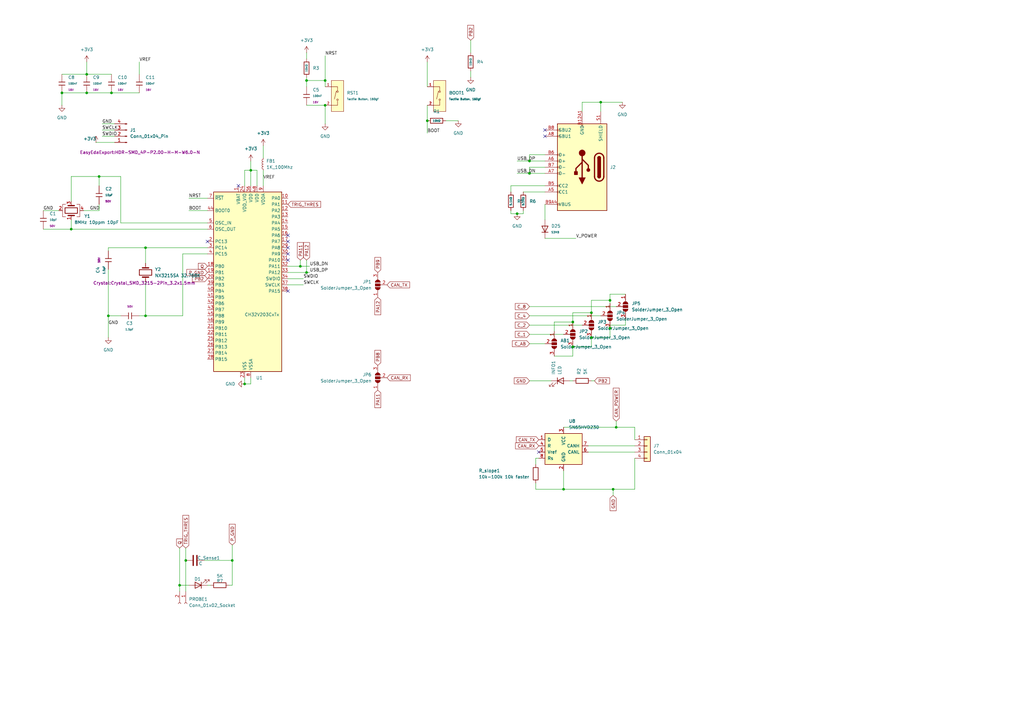
<source format=kicad_sch>
(kicad_sch
	(version 20250114)
	(generator "eeschema")
	(generator_version "9.0")
	(uuid "a6275404-53d1-4c49-9128-131a51db8de5")
	(paper "A3")
	
	(junction
		(at 175.26 49.53)
		(diameter 0)
		(color 0 0 0 0)
		(uuid "0b3a4a81-c8d2-4662-a5a4-e93f07fee972")
	)
	(junction
		(at 246.38 41.91)
		(diameter 0)
		(color 0 0 0 0)
		(uuid "0d2d2589-6912-449e-81c1-3112270a013d")
	)
	(junction
		(at 250.19 134.62)
		(diameter 0)
		(color 0 0 0 0)
		(uuid "0fdccf2d-1c1d-4779-bb93-82ef54c977a4")
	)
	(junction
		(at 125.73 33.02)
		(diameter 0)
		(color 0 0 0 0)
		(uuid "23384e7d-a36c-43a5-89b9-c8fd10eb1136")
	)
	(junction
		(at 45.72 38.1)
		(diameter 0)
		(color 0 0 0 0)
		(uuid "26fbca07-12f9-49c4-8a88-1b9b5a7e535d")
	)
	(junction
		(at 133.35 43.18)
		(diameter 0)
		(color 0 0 0 0)
		(uuid "2a6c5649-9366-40d4-8b0e-aeb93664c234")
	)
	(junction
		(at 251.46 200.66)
		(diameter 0)
		(color 0 0 0 0)
		(uuid "36f256f8-590d-4cff-abdb-ff85026ef795")
	)
	(junction
		(at 212.09 87.63)
		(diameter 0)
		(color 0 0 0 0)
		(uuid "41fe5e16-b955-493d-b8c0-2316c714d6ce")
	)
	(junction
		(at 231.14 200.66)
		(diameter 0)
		(color 0 0 0 0)
		(uuid "4f4ffa33-f6e2-475c-82ad-031034c07e3e")
	)
	(junction
		(at 73.66 240.03)
		(diameter 0)
		(color 0 0 0 0)
		(uuid "5041d5e8-951c-4586-b475-be1e9bf7c7e9")
	)
	(junction
		(at 100.33 157.48)
		(diameter 0)
		(color 0 0 0 0)
		(uuid "50f29fff-a780-4e4e-81b1-5b27e328afad")
	)
	(junction
		(at 29.21 93.98)
		(diameter 0)
		(color 0 0 0 0)
		(uuid "59eabe47-6455-4185-ba48-d65bc0d83cb1")
	)
	(junction
		(at 133.35 33.02)
		(diameter 0)
		(color 0 0 0 0)
		(uuid "6114b2d7-4232-430c-916d-885e8c1eb898")
	)
	(junction
		(at 35.56 30.48)
		(diameter 0)
		(color 0 0 0 0)
		(uuid "6263b53a-9c5d-4429-b8ff-878e2fa14740")
	)
	(junction
		(at 25.4 38.1)
		(diameter 0)
		(color 0 0 0 0)
		(uuid "72538abb-e643-408a-a253-2ddfa0412693")
	)
	(junction
		(at 76.2 229.87)
		(diameter 0)
		(color 0 0 0 0)
		(uuid "903c97f5-2266-45be-88f2-e324546b575d")
	)
	(junction
		(at 35.56 38.1)
		(diameter 0)
		(color 0 0 0 0)
		(uuid "935298ae-b233-48b8-acbd-3f22f49423ca")
	)
	(junction
		(at 234.95 142.24)
		(diameter 0)
		(color 0 0 0 0)
		(uuid "95b47d58-e632-4076-a48d-d8abf32f31ad")
	)
	(junction
		(at 242.57 128.27)
		(diameter 0)
		(color 0 0 0 0)
		(uuid "9c58a836-1eff-4d91-868e-7f344d4a7b31")
	)
	(junction
		(at 217.17 66.04)
		(diameter 0)
		(color 0 0 0 0)
		(uuid "aa343ce6-2d11-43ae-b18e-c8bc84ddc1bc")
	)
	(junction
		(at 40.64 72.39)
		(diameter 0)
		(color 0 0 0 0)
		(uuid "af4fe400-df52-4cd2-941f-aea96d0b7017")
	)
	(junction
		(at 242.57 138.43)
		(diameter 0)
		(color 0 0 0 0)
		(uuid "bb72aea0-ec7f-48ac-9248-1170bc32c2f4")
	)
	(junction
		(at 59.69 101.6)
		(diameter 0)
		(color 0 0 0 0)
		(uuid "bc51e469-2738-4c87-99ca-8f025f76e59b")
	)
	(junction
		(at 123.19 109.22)
		(diameter 0)
		(color 0 0 0 0)
		(uuid "bc939a92-4a5a-4036-a05a-186de593dec7")
	)
	(junction
		(at 125.73 111.76)
		(diameter 0)
		(color 0 0 0 0)
		(uuid "bd3d3035-c88b-4d76-ab64-648e113662a9")
	)
	(junction
		(at 102.87 69.85)
		(diameter 0)
		(color 0 0 0 0)
		(uuid "c1d0d0f1-cf79-4919-913c-c45471582f32")
	)
	(junction
		(at 252.73 175.26)
		(diameter 0)
		(color 0 0 0 0)
		(uuid "c2dfd39c-f437-42eb-834e-0ab5963cbc2d")
	)
	(junction
		(at 217.17 71.12)
		(diameter 0)
		(color 0 0 0 0)
		(uuid "d7cb84e0-1443-4f51-8894-a7b44739a629")
	)
	(junction
		(at 234.95 132.08)
		(diameter 0)
		(color 0 0 0 0)
		(uuid "e5773142-c43f-4875-9c79-fe458f29dc67")
	)
	(junction
		(at 250.19 123.19)
		(diameter 0)
		(color 0 0 0 0)
		(uuid "e6e2145b-550e-42bb-aa5e-53dda08360e0")
	)
	(junction
		(at 95.25 229.87)
		(diameter 0)
		(color 0 0 0 0)
		(uuid "ee5bc9d6-a2c9-4a43-af27-112c4cc6c62c")
	)
	(junction
		(at 44.45 129.54)
		(diameter 0)
		(color 0 0 0 0)
		(uuid "f06f15d1-2f7d-4d1e-b892-75c98af3f403")
	)
	(junction
		(at 59.69 129.54)
		(diameter 0)
		(color 0 0 0 0)
		(uuid "fd0e0067-9c1c-45bd-a609-61f806e02e1c")
	)
	(no_connect
		(at 118.11 101.6)
		(uuid "1323e93a-8c93-43ea-ae51-edae804dbd5d")
	)
	(no_connect
		(at 118.11 106.68)
		(uuid "4cc074bf-974a-4da3-a31e-c7e79d955c3a")
	)
	(no_connect
		(at 220.98 185.42)
		(uuid "6b6d1145-e125-4d89-98ce-f5aa8f207ad5")
	)
	(no_connect
		(at 97.79 76.2)
		(uuid "88899239-7d70-495b-91e8-6ba7dabc6c85")
	)
	(no_connect
		(at 85.09 99.06)
		(uuid "8c283ddb-6c48-4ead-9099-ba8cfbbe445f")
	)
	(no_connect
		(at 223.52 53.34)
		(uuid "91d800d3-4a50-41f8-acb7-f59e83e36277")
	)
	(no_connect
		(at 223.52 55.88)
		(uuid "dbad271e-0196-4466-bebd-188363d29d3e")
	)
	(no_connect
		(at 118.11 99.06)
		(uuid "e5371dad-5446-40dc-8b2b-1190bdb4d93a")
	)
	(no_connect
		(at 118.11 96.52)
		(uuid "e70f5039-846c-4a30-b0a5-8be2f1b6efc0")
	)
	(no_connect
		(at 118.11 119.38)
		(uuid "ef5caf86-52f3-41ca-9c24-4ea35e916042")
	)
	(no_connect
		(at 118.11 104.14)
		(uuid "f9920e54-d991-444d-8c99-19da64089d04")
	)
	(wire
		(pts
			(xy 133.35 43.18) (xy 133.35 50.8)
		)
		(stroke
			(width 0)
			(type default)
		)
		(uuid "00717501-5027-4bc4-9f97-0423f9ae1332")
	)
	(wire
		(pts
			(xy 182.88 49.53) (xy 187.96 49.53)
		)
		(stroke
			(width 0)
			(type default)
		)
		(uuid "00a81096-7570-4011-8034-4ab965c19506")
	)
	(wire
		(pts
			(xy 223.52 63.5) (xy 217.17 63.5)
		)
		(stroke
			(width 0)
			(type default)
		)
		(uuid "01608c12-c812-4455-86cb-282c2c3c1cc7")
	)
	(wire
		(pts
			(xy 76.2 229.87) (xy 76.2 242.57)
		)
		(stroke
			(width 0)
			(type default)
		)
		(uuid "03d3602e-60b9-4c00-86cf-59242b6f5a33")
	)
	(wire
		(pts
			(xy 74.93 129.54) (xy 59.69 129.54)
		)
		(stroke
			(width 0)
			(type default)
		)
		(uuid "04a7bc72-ff6d-4d2d-967c-3fd8184acaa3")
	)
	(wire
		(pts
			(xy 231.14 200.66) (xy 251.46 200.66)
		)
		(stroke
			(width 0)
			(type default)
		)
		(uuid "0a4eddfb-7c78-4107-aa73-a145a9ab952d")
	)
	(wire
		(pts
			(xy 209.55 87.63) (xy 209.55 86.36)
		)
		(stroke
			(width 0)
			(type default)
		)
		(uuid "0a944913-faa0-4cd0-a899-dcc461afdc06")
	)
	(wire
		(pts
			(xy 256.54 133.35) (xy 256.54 130.81)
		)
		(stroke
			(width 0)
			(type default)
		)
		(uuid "0ac99c73-7944-4030-bf35-41357004902d")
	)
	(wire
		(pts
			(xy 35.56 25.4) (xy 35.56 30.48)
		)
		(stroke
			(width 0)
			(type default)
		)
		(uuid "0bac4122-6e78-4bce-94ca-5f4bd7e1886f")
	)
	(wire
		(pts
			(xy 125.73 33.02) (xy 133.35 33.02)
		)
		(stroke
			(width 0)
			(type default)
		)
		(uuid "18874b1c-fb89-4249-aa09-655951e7fc06")
	)
	(wire
		(pts
			(xy 83.82 229.87) (xy 95.25 229.87)
		)
		(stroke
			(width 0)
			(type default)
		)
		(uuid "1910b0db-364b-4316-9d2f-4a1acdcb704f")
	)
	(wire
		(pts
			(xy 118.11 116.84) (xy 124.46 116.84)
		)
		(stroke
			(width 0)
			(type default)
		)
		(uuid "1e131efe-cadc-48a6-a5ea-2bff6dfc010d")
	)
	(wire
		(pts
			(xy 175.26 25.4) (xy 175.26 35.56)
		)
		(stroke
			(width 0)
			(type default)
		)
		(uuid "1e7c0fde-6871-406f-8ee9-ba1e5e8064a7")
	)
	(wire
		(pts
			(xy 234.95 146.05) (xy 234.95 142.24)
		)
		(stroke
			(width 0)
			(type default)
		)
		(uuid "2144766d-bd5b-4f45-aaab-f6bd1908559d")
	)
	(wire
		(pts
			(xy 125.73 43.18) (xy 133.35 43.18)
		)
		(stroke
			(width 0)
			(type default)
		)
		(uuid "22b7a3a3-be4f-45ae-ae22-069a4b82ebd2")
	)
	(wire
		(pts
			(xy 219.71 198.12) (xy 219.71 200.66)
		)
		(stroke
			(width 0)
			(type default)
		)
		(uuid "234b9e7a-4812-4334-897d-f4ef5ec77611")
	)
	(wire
		(pts
			(xy 57.15 129.54) (xy 59.69 129.54)
		)
		(stroke
			(width 0)
			(type default)
		)
		(uuid "2787f67e-1011-4fc1-a48c-a2a0b8b1e8b2")
	)
	(wire
		(pts
			(xy 219.71 200.66) (xy 231.14 200.66)
		)
		(stroke
			(width 0)
			(type default)
		)
		(uuid "28ee5135-926c-47b8-a197-48fb8827e72d")
	)
	(wire
		(pts
			(xy 125.73 31.75) (xy 125.73 33.02)
		)
		(stroke
			(width 0)
			(type default)
		)
		(uuid "2bc529b2-0121-48db-8683-5c31ee4573a9")
	)
	(wire
		(pts
			(xy 40.64 72.39) (xy 49.53 72.39)
		)
		(stroke
			(width 0)
			(type default)
		)
		(uuid "2f490239-73e3-4c95-ae3b-5edeeb80d16c")
	)
	(wire
		(pts
			(xy 49.53 129.54) (xy 44.45 129.54)
		)
		(stroke
			(width 0)
			(type default)
		)
		(uuid "33339cc6-d190-4e9f-a2e9-f61ba92aa699")
	)
	(wire
		(pts
			(xy 59.69 101.6) (xy 85.09 101.6)
		)
		(stroke
			(width 0)
			(type default)
		)
		(uuid "3455c414-c43d-4a4c-aab9-f2e8206d26bc")
	)
	(wire
		(pts
			(xy 217.17 140.97) (xy 223.52 140.97)
		)
		(stroke
			(width 0)
			(type default)
		)
		(uuid "36b758e1-feb4-4e8b-b157-39c2698ec2c3")
	)
	(wire
		(pts
			(xy 260.35 187.96) (xy 260.35 200.66)
		)
		(stroke
			(width 0)
			(type default)
		)
		(uuid "37f97d54-6689-4778-990f-6b81509205fd")
	)
	(wire
		(pts
			(xy 250.19 124.46) (xy 250.19 123.19)
		)
		(stroke
			(width 0)
			(type default)
		)
		(uuid "38ef0d03-ea18-49fa-96a4-a13361c329db")
	)
	(wire
		(pts
			(xy 100.33 76.2) (xy 100.33 69.85)
		)
		(stroke
			(width 0)
			(type default)
		)
		(uuid "39c1a2cb-c030-4924-b58a-f4043a021009")
	)
	(wire
		(pts
			(xy 76.2 224.79) (xy 76.2 229.87)
		)
		(stroke
			(width 0)
			(type default)
		)
		(uuid "3b7e734e-116b-4d30-8fd8-255478f1a27e")
	)
	(wire
		(pts
			(xy 223.52 83.82) (xy 223.52 90.17)
		)
		(stroke
			(width 0)
			(type default)
		)
		(uuid "4069773b-d254-4c57-9839-294a5bbea861")
	)
	(wire
		(pts
			(xy 223.52 97.79) (xy 236.22 97.79)
		)
		(stroke
			(width 0)
			(type default)
		)
		(uuid "4173159b-af12-4a91-8816-37a9476715b4")
	)
	(wire
		(pts
			(xy 125.73 111.76) (xy 127 111.76)
		)
		(stroke
			(width 0)
			(type default)
		)
		(uuid "42785655-fd74-43fb-bfe2-cb65aa56eec3")
	)
	(wire
		(pts
			(xy 246.38 41.91) (xy 255.27 41.91)
		)
		(stroke
			(width 0)
			(type default)
		)
		(uuid "44822efc-ff68-42ed-8d5e-4f9a590e6db0")
	)
	(wire
		(pts
			(xy 59.69 115.57) (xy 59.69 129.54)
		)
		(stroke
			(width 0)
			(type default)
		)
		(uuid "47bb3ffc-96a3-414e-ac9b-2152555d442e")
	)
	(wire
		(pts
			(xy 107.95 59.69) (xy 107.95 64.77)
		)
		(stroke
			(width 0)
			(type default)
		)
		(uuid "4a1b1ddb-fdf5-44f7-a515-1698c6c5803c")
	)
	(wire
		(pts
			(xy 25.4 38.1) (xy 35.56 38.1)
		)
		(stroke
			(width 0)
			(type default)
		)
		(uuid "4a5c5745-5616-42b7-8fb2-6dadf7bc1300")
	)
	(wire
		(pts
			(xy 102.87 66.04) (xy 102.87 69.85)
		)
		(stroke
			(width 0)
			(type default)
		)
		(uuid "4af76103-cf3f-4693-a1d2-17aba8a8032a")
	)
	(wire
		(pts
			(xy 133.35 22.86) (xy 133.35 33.02)
		)
		(stroke
			(width 0)
			(type default)
		)
		(uuid "4b5a6e32-6241-40a0-899b-28097f5a2572")
	)
	(wire
		(pts
			(xy 17.78 93.98) (xy 29.21 93.98)
		)
		(stroke
			(width 0)
			(type default)
		)
		(uuid "4c0ba7c9-96ff-4383-ab11-cd2eff920e2b")
	)
	(wire
		(pts
			(xy 242.57 138.43) (xy 250.19 138.43)
		)
		(stroke
			(width 0)
			(type default)
		)
		(uuid "4c340265-eb0a-412d-9e32-9e4007d65f77")
	)
	(wire
		(pts
			(xy 100.33 157.48) (xy 100.33 154.94)
		)
		(stroke
			(width 0)
			(type default)
		)
		(uuid "4f762ea2-b344-4de6-acd6-bc35bd7a9d4a")
	)
	(wire
		(pts
			(xy 85.09 104.14) (xy 74.93 104.14)
		)
		(stroke
			(width 0)
			(type default)
		)
		(uuid "514d7972-e72d-4c48-bf54-03e8fd4d54d9")
	)
	(wire
		(pts
			(xy 223.52 76.2) (xy 209.55 76.2)
		)
		(stroke
			(width 0)
			(type default)
		)
		(uuid "52d85c5b-e638-45da-8f0c-5afe088fa06b")
	)
	(wire
		(pts
			(xy 44.45 101.6) (xy 59.69 101.6)
		)
		(stroke
			(width 0)
			(type default)
		)
		(uuid "539bc426-14d1-4df7-aafe-1890432cea41")
	)
	(wire
		(pts
			(xy 49.53 72.39) (xy 49.53 91.44)
		)
		(stroke
			(width 0)
			(type default)
		)
		(uuid "565e57a5-80a6-485d-96cc-752ac7b3ed53")
	)
	(wire
		(pts
			(xy 77.47 240.03) (xy 73.66 240.03)
		)
		(stroke
			(width 0)
			(type default)
		)
		(uuid "5779c20f-dccb-4112-bb0c-1d5a0b1156d4")
	)
	(wire
		(pts
			(xy 241.3 185.42) (xy 260.35 185.42)
		)
		(stroke
			(width 0)
			(type default)
		)
		(uuid "57b597d3-0371-4259-b4bc-5f71acab4579")
	)
	(wire
		(pts
			(xy 260.35 180.34) (xy 260.35 175.26)
		)
		(stroke
			(width 0)
			(type default)
		)
		(uuid "57ddadb9-4070-478c-9a4d-21126b605cea")
	)
	(wire
		(pts
			(xy 73.66 240.03) (xy 73.66 242.57)
		)
		(stroke
			(width 0)
			(type default)
		)
		(uuid "589f9971-0bef-48d0-b2b9-09a628c09f4f")
	)
	(wire
		(pts
			(xy 77.47 86.36) (xy 85.09 86.36)
		)
		(stroke
			(width 0)
			(type default)
		)
		(uuid "58be6937-18ac-4e7e-8316-0d7aaf5891bd")
	)
	(wire
		(pts
			(xy 59.69 101.6) (xy 59.69 107.95)
		)
		(stroke
			(width 0)
			(type default)
		)
		(uuid "595f64b9-1f48-43f9-8691-3d6a3b1a765b")
	)
	(wire
		(pts
			(xy 217.17 125.73) (xy 252.73 125.73)
		)
		(stroke
			(width 0)
			(type default)
		)
		(uuid "5bb04207-c060-40dd-83a7-d798ff23f794")
	)
	(wire
		(pts
			(xy 193.04 16.51) (xy 193.04 21.59)
		)
		(stroke
			(width 0)
			(type default)
		)
		(uuid "5d5c5a32-0599-44eb-937d-06847a91b545")
	)
	(wire
		(pts
			(xy 242.57 156.21) (xy 243.84 156.21)
		)
		(stroke
			(width 0)
			(type default)
		)
		(uuid "5df645a9-81a1-49f4-a7bb-2b7381b52af1")
	)
	(wire
		(pts
			(xy 217.17 156.21) (xy 226.06 156.21)
		)
		(stroke
			(width 0)
			(type default)
		)
		(uuid "5f8244c0-0dec-48c3-b1fb-2c05041ddfe0")
	)
	(wire
		(pts
			(xy 175.26 49.53) (xy 175.26 54.61)
		)
		(stroke
			(width 0)
			(type default)
		)
		(uuid "62d945e8-90b4-4024-bb02-cf7bf7587148")
	)
	(wire
		(pts
			(xy 214.63 86.36) (xy 214.63 87.63)
		)
		(stroke
			(width 0)
			(type default)
		)
		(uuid "6458bc69-bf47-41f5-a1ee-4545a1b1eb0b")
	)
	(wire
		(pts
			(xy 133.35 33.02) (xy 133.35 35.56)
		)
		(stroke
			(width 0)
			(type default)
		)
		(uuid "65aa7450-9e7f-4819-b5e8-743885761070")
	)
	(wire
		(pts
			(xy 217.17 71.12) (xy 223.52 71.12)
		)
		(stroke
			(width 0)
			(type default)
		)
		(uuid "66615a82-241b-4bd0-90f7-b07f02ab621c")
	)
	(wire
		(pts
			(xy 95.25 223.52) (xy 95.25 229.87)
		)
		(stroke
			(width 0)
			(type default)
		)
		(uuid "689a0d5c-f7a6-4ea3-962a-6c39275109c4")
	)
	(wire
		(pts
			(xy 212.09 66.04) (xy 217.17 66.04)
		)
		(stroke
			(width 0)
			(type default)
		)
		(uuid "6910edd3-0892-4c9c-b5c7-dbc4a93db6c0")
	)
	(wire
		(pts
			(xy 242.57 128.27) (xy 242.57 123.19)
		)
		(stroke
			(width 0)
			(type default)
		)
		(uuid "6abfd0c3-41ff-4d7c-8455-6d5b4113d8a8")
	)
	(wire
		(pts
			(xy 49.53 91.44) (xy 85.09 91.44)
		)
		(stroke
			(width 0)
			(type default)
		)
		(uuid "6bed7b73-9671-4ee8-83de-72fa05d3faff")
	)
	(wire
		(pts
			(xy 227.33 146.05) (xy 234.95 146.05)
		)
		(stroke
			(width 0)
			(type default)
		)
		(uuid "6edda56f-86d2-4c5b-aed8-bf045c7b882c")
	)
	(wire
		(pts
			(xy 73.66 224.79) (xy 73.66 240.03)
		)
		(stroke
			(width 0)
			(type default)
		)
		(uuid "710b86b0-3e15-4bf8-b592-a416ab66864c")
	)
	(wire
		(pts
			(xy 234.95 132.08) (xy 234.95 128.27)
		)
		(stroke
			(width 0)
			(type default)
		)
		(uuid "719a217e-6548-42b0-8bef-4198ccf194ee")
	)
	(wire
		(pts
			(xy 95.25 229.87) (xy 95.25 240.03)
		)
		(stroke
			(width 0)
			(type default)
		)
		(uuid "7456eda9-5141-4a5d-9095-0e0bbcd710cc")
	)
	(wire
		(pts
			(xy 85.09 240.03) (xy 86.36 240.03)
		)
		(stroke
			(width 0)
			(type default)
		)
		(uuid "751de84f-95e1-4a81-829b-a79d3704ba6f")
	)
	(wire
		(pts
			(xy 105.41 69.85) (xy 105.41 76.2)
		)
		(stroke
			(width 0)
			(type default)
		)
		(uuid "76146ff8-e243-4bd4-8cbc-8713eabdaa30")
	)
	(wire
		(pts
			(xy 250.19 134.62) (xy 250.19 133.35)
		)
		(stroke
			(width 0)
			(type default)
		)
		(uuid "76b9cd23-9b5c-45d8-be57-589fd0326e30")
	)
	(wire
		(pts
			(xy 242.57 142.24) (xy 242.57 138.43)
		)
		(stroke
			(width 0)
			(type default)
		)
		(uuid "7910e75a-4734-40d5-8e7c-2881433d58de")
	)
	(wire
		(pts
			(xy 123.19 109.22) (xy 127 109.22)
		)
		(stroke
			(width 0)
			(type default)
		)
		(uuid "797e531a-0dd5-42d3-9fce-8a17fd197ade")
	)
	(wire
		(pts
			(xy 102.87 154.94) (xy 102.87 157.48)
		)
		(stroke
			(width 0)
			(type default)
		)
		(uuid "79cfa788-0e97-4a1c-aed9-2caa7bef9d7c")
	)
	(wire
		(pts
			(xy 29.21 93.98) (xy 85.09 93.98)
		)
		(stroke
			(width 0)
			(type default)
		)
		(uuid "7b4dcaab-9ea8-4234-9ca7-902d996be004")
	)
	(wire
		(pts
			(xy 193.04 29.21) (xy 193.04 31.75)
		)
		(stroke
			(width 0)
			(type default)
		)
		(uuid "7f8718d5-fc9a-4d81-934b-d27d526695b5")
	)
	(wire
		(pts
			(xy 251.46 200.66) (xy 251.46 203.2)
		)
		(stroke
			(width 0)
			(type default)
		)
		(uuid "7fba6945-01ac-42f7-8666-46d49627e353")
	)
	(wire
		(pts
			(xy 217.17 133.35) (xy 238.76 133.35)
		)
		(stroke
			(width 0)
			(type default)
		)
		(uuid "8041e453-563a-4fcd-82c4-87c8590e6291")
	)
	(wire
		(pts
			(xy 40.64 86.36) (xy 40.64 83.82)
		)
		(stroke
			(width 0)
			(type default)
		)
		(uuid "809f27ef-823f-4d31-8c12-6a77e31db8f3")
	)
	(wire
		(pts
			(xy 25.4 30.48) (xy 35.56 30.48)
		)
		(stroke
			(width 0)
			(type default)
		)
		(uuid "82581c94-6943-4b18-a69d-3d95d34d1116")
	)
	(wire
		(pts
			(xy 233.68 156.21) (xy 234.95 156.21)
		)
		(stroke
			(width 0)
			(type default)
		)
		(uuid "83de673b-cf79-437a-a570-a6050614c31a")
	)
	(wire
		(pts
			(xy 29.21 72.39) (xy 29.21 82.55)
		)
		(stroke
			(width 0)
			(type default)
		)
		(uuid "8440c1a4-b1a1-4ca3-adc1-f3128f4532c1")
	)
	(wire
		(pts
			(xy 231.14 193.04) (xy 231.14 200.66)
		)
		(stroke
			(width 0)
			(type default)
		)
		(uuid "8667a59f-bf6d-4b60-9a95-e5a224d3b1db")
	)
	(wire
		(pts
			(xy 175.26 43.18) (xy 175.26 49.53)
		)
		(stroke
			(width 0)
			(type default)
		)
		(uuid "886285a7-a276-4fbd-ab1c-b9af252a197e")
	)
	(wire
		(pts
			(xy 252.73 172.72) (xy 252.73 175.26)
		)
		(stroke
			(width 0)
			(type default)
		)
		(uuid "8b14ac53-a247-45df-b8b3-ce3ad36db6d8")
	)
	(wire
		(pts
			(xy 227.33 132.08) (xy 234.95 132.08)
		)
		(stroke
			(width 0)
			(type default)
		)
		(uuid "8b69522d-5803-4282-8163-0a11bec9644b")
	)
	(wire
		(pts
			(xy 95.25 240.03) (xy 93.98 240.03)
		)
		(stroke
			(width 0)
			(type default)
		)
		(uuid "8b995d36-7284-451c-8b8e-d24995b0403d")
	)
	(wire
		(pts
			(xy 234.95 142.24) (xy 242.57 142.24)
		)
		(stroke
			(width 0)
			(type default)
		)
		(uuid "9099482d-c75d-4a3c-a0ae-83eae4203143")
	)
	(wire
		(pts
			(xy 260.35 175.26) (xy 252.73 175.26)
		)
		(stroke
			(width 0)
			(type default)
		)
		(uuid "964871e9-3a3c-44b1-bdaa-9e751b45fbca")
	)
	(wire
		(pts
			(xy 251.46 200.66) (xy 260.35 200.66)
		)
		(stroke
			(width 0)
			(type default)
		)
		(uuid "972563aa-985c-4957-896a-a35e76671630")
	)
	(wire
		(pts
			(xy 29.21 72.39) (xy 40.64 72.39)
		)
		(stroke
			(width 0)
			(type default)
		)
		(uuid "9b6e0834-eeab-471f-8894-89062bb22fdd")
	)
	(wire
		(pts
			(xy 118.11 111.76) (xy 125.73 111.76)
		)
		(stroke
			(width 0)
			(type default)
		)
		(uuid "9bf742ee-f817-4a90-82fb-10bf9c2c9b52")
	)
	(wire
		(pts
			(xy 39.37 58.42) (xy 46.99 58.42)
		)
		(stroke
			(width 0)
			(type default)
		)
		(uuid "a037f417-3e38-42bc-84d8-71915189d0d1")
	)
	(wire
		(pts
			(xy 57.15 25.4) (xy 57.15 30.48)
		)
		(stroke
			(width 0)
			(type default)
		)
		(uuid "a290513f-d884-4b29-bf4b-ad0cc7747790")
	)
	(wire
		(pts
			(xy 250.19 123.19) (xy 250.19 120.65)
		)
		(stroke
			(width 0)
			(type default)
		)
		(uuid "a2e6e252-95ef-4df0-bfd5-3f99c30929a0")
	)
	(wire
		(pts
			(xy 102.87 76.2) (xy 102.87 69.85)
		)
		(stroke
			(width 0)
			(type default)
		)
		(uuid "a3d7cbcd-31e0-4b50-9510-a1562016497e")
	)
	(wire
		(pts
			(xy 74.93 104.14) (xy 74.93 129.54)
		)
		(stroke
			(width 0)
			(type default)
		)
		(uuid "a4826038-43dd-4571-a41a-ffd5ef407453")
	)
	(wire
		(pts
			(xy 246.38 41.91) (xy 246.38 45.72)
		)
		(stroke
			(width 0)
			(type default)
		)
		(uuid "a5b6af28-af55-4448-bcfd-7cfe3f786f0f")
	)
	(wire
		(pts
			(xy 212.09 87.63) (xy 209.55 87.63)
		)
		(stroke
			(width 0)
			(type default)
		)
		(uuid "a6f46a92-21f9-4b4e-ba6c-8ce42b37faac")
	)
	(wire
		(pts
			(xy 217.17 66.04) (xy 223.52 66.04)
		)
		(stroke
			(width 0)
			(type default)
		)
		(uuid "a70dd7c9-825b-4837-a9cc-1721300b1aeb")
	)
	(wire
		(pts
			(xy 209.55 76.2) (xy 209.55 78.74)
		)
		(stroke
			(width 0)
			(type default)
		)
		(uuid "a767af7c-3d15-4e5e-93be-3fb9661aa521")
	)
	(wire
		(pts
			(xy 24.13 86.36) (xy 17.78 86.36)
		)
		(stroke
			(width 0)
			(type default)
		)
		(uuid "a7ba7df1-6ccf-4a49-a4cb-9f0d4e5de48b")
	)
	(wire
		(pts
			(xy 100.33 69.85) (xy 102.87 69.85)
		)
		(stroke
			(width 0)
			(type default)
		)
		(uuid "a980139e-03fe-4fa9-84ed-c906f1fb0b5b")
	)
	(wire
		(pts
			(xy 41.91 53.34) (xy 46.99 53.34)
		)
		(stroke
			(width 0)
			(type default)
		)
		(uuid "aac08248-3a72-4e3f-bc41-2e56fc2ff69d")
	)
	(wire
		(pts
			(xy 35.56 38.1) (xy 45.72 38.1)
		)
		(stroke
			(width 0)
			(type default)
		)
		(uuid "ad1b1f7f-390d-4a51-93fb-bfdf4256aacd")
	)
	(wire
		(pts
			(xy 44.45 129.54) (xy 44.45 138.43)
		)
		(stroke
			(width 0)
			(type default)
		)
		(uuid "b256e0f7-def4-4ea6-994d-e97b8d42906c")
	)
	(wire
		(pts
			(xy 217.17 137.16) (xy 231.14 137.16)
		)
		(stroke
			(width 0)
			(type default)
		)
		(uuid "b990eee3-6048-472c-9317-11d003501717")
	)
	(wire
		(pts
			(xy 220.98 187.96) (xy 219.71 187.96)
		)
		(stroke
			(width 0)
			(type default)
		)
		(uuid "bfee4961-94a1-482b-af82-8dd227eae533")
	)
	(wire
		(pts
			(xy 125.73 21.59) (xy 125.73 24.13)
		)
		(stroke
			(width 0)
			(type default)
		)
		(uuid "c1e861ac-4b6f-4402-a9a3-de74994a2ff5")
	)
	(wire
		(pts
			(xy 214.63 78.74) (xy 223.52 78.74)
		)
		(stroke
			(width 0)
			(type default)
		)
		(uuid "c2a9f1ca-4c85-4625-9697-a90f774b1fd3")
	)
	(wire
		(pts
			(xy 107.95 69.85) (xy 107.95 76.2)
		)
		(stroke
			(width 0)
			(type default)
		)
		(uuid "c464aa57-3d53-46a1-aef6-ef5fa6bd0554")
	)
	(wire
		(pts
			(xy 125.73 106.68) (xy 125.73 111.76)
		)
		(stroke
			(width 0)
			(type default)
		)
		(uuid "c49abf6d-0c2d-4d40-89fc-ff6be127a4a8")
	)
	(wire
		(pts
			(xy 41.91 50.8) (xy 46.99 50.8)
		)
		(stroke
			(width 0)
			(type default)
		)
		(uuid "c5d6c549-47a2-49ec-bf3e-b48fba64c146")
	)
	(wire
		(pts
			(xy 25.4 38.1) (xy 25.4 43.18)
		)
		(stroke
			(width 0)
			(type default)
		)
		(uuid "c7a00e68-65cf-4cc8-ab80-d05e04bf5dff")
	)
	(wire
		(pts
			(xy 241.3 182.88) (xy 260.35 182.88)
		)
		(stroke
			(width 0)
			(type default)
		)
		(uuid "c82c898e-4d51-4777-9fd2-2f0bd1aaf21a")
	)
	(wire
		(pts
			(xy 40.64 72.39) (xy 40.64 76.2)
		)
		(stroke
			(width 0)
			(type default)
		)
		(uuid "ca4e9e8a-2c50-4d14-b467-69d5c5877a57")
	)
	(wire
		(pts
			(xy 44.45 110.49) (xy 44.45 129.54)
		)
		(stroke
			(width 0)
			(type default)
		)
		(uuid "ccafe19a-61f3-40df-92f4-c8ca5030d1d0")
	)
	(wire
		(pts
			(xy 45.72 38.1) (xy 57.15 38.1)
		)
		(stroke
			(width 0)
			(type default)
		)
		(uuid "d1989217-8b8a-4267-8ccf-1b542c4aa302")
	)
	(wire
		(pts
			(xy 238.76 45.72) (xy 238.76 41.91)
		)
		(stroke
			(width 0)
			(type default)
		)
		(uuid "d5d16d5d-2c1c-4d62-80d5-9b53e58eecfc")
	)
	(wire
		(pts
			(xy 29.21 90.17) (xy 29.21 93.98)
		)
		(stroke
			(width 0)
			(type default)
		)
		(uuid "d5e32007-bf6e-47b7-a996-017f123f96d4")
	)
	(wire
		(pts
			(xy 234.95 128.27) (xy 242.57 128.27)
		)
		(stroke
			(width 0)
			(type default)
		)
		(uuid "d9f089c7-a97a-4ef1-bdd2-705f41301046")
	)
	(wire
		(pts
			(xy 250.19 133.35) (xy 256.54 133.35)
		)
		(stroke
			(width 0)
			(type default)
		)
		(uuid "dc2c0f54-2757-4c81-b498-ff7955f88671")
	)
	(wire
		(pts
			(xy 214.63 87.63) (xy 212.09 87.63)
		)
		(stroke
			(width 0)
			(type default)
		)
		(uuid "de04b14f-409a-492d-9fc7-7d5f57fbcb6c")
	)
	(wire
		(pts
			(xy 212.09 71.12) (xy 217.17 71.12)
		)
		(stroke
			(width 0)
			(type default)
		)
		(uuid "e0284f4c-48a6-40a7-97f7-2f93149b9152")
	)
	(wire
		(pts
			(xy 123.19 106.68) (xy 123.19 109.22)
		)
		(stroke
			(width 0)
			(type default)
		)
		(uuid "e0d8ed42-7a6b-44f5-bfe7-3ca208d276cc")
	)
	(wire
		(pts
			(xy 35.56 30.48) (xy 45.72 30.48)
		)
		(stroke
			(width 0)
			(type default)
		)
		(uuid "e21ee5cc-8191-4cd7-994b-fc14e7473516")
	)
	(wire
		(pts
			(xy 250.19 120.65) (xy 256.54 120.65)
		)
		(stroke
			(width 0)
			(type default)
		)
		(uuid "e39682f0-bc5d-49c0-955d-e643b0a602c0")
	)
	(wire
		(pts
			(xy 250.19 138.43) (xy 250.19 134.62)
		)
		(stroke
			(width 0)
			(type default)
		)
		(uuid "e3b5c9e2-4092-4078-8e71-b164f9954494")
	)
	(wire
		(pts
			(xy 242.57 123.19) (xy 250.19 123.19)
		)
		(stroke
			(width 0)
			(type default)
		)
		(uuid "e5070d73-cf9f-4960-8b9c-1987d4bab931")
	)
	(wire
		(pts
			(xy 44.45 101.6) (xy 44.45 102.87)
		)
		(stroke
			(width 0)
			(type default)
		)
		(uuid "e5bb3f33-110a-4b9d-aad9-e4d4c0a98ab5")
	)
	(wire
		(pts
			(xy 34.29 86.36) (xy 40.64 86.36)
		)
		(stroke
			(width 0)
			(type default)
		)
		(uuid "e82f05df-62b2-49a1-9bf9-8443a808758f")
	)
	(wire
		(pts
			(xy 246.38 129.54) (xy 217.17 129.54)
		)
		(stroke
			(width 0)
			(type default)
		)
		(uuid "e85800ea-5de1-4601-b290-14d8a5aec4f8")
	)
	(wire
		(pts
			(xy 102.87 69.85) (xy 105.41 69.85)
		)
		(stroke
			(width 0)
			(type default)
		)
		(uuid "eac65e0d-3e75-41b0-afc1-1ec8dd54fda0")
	)
	(wire
		(pts
			(xy 252.73 175.26) (xy 231.14 175.26)
		)
		(stroke
			(width 0)
			(type default)
		)
		(uuid "f2043c2e-0c4e-459e-85a3-35734c5fc668")
	)
	(wire
		(pts
			(xy 125.73 33.02) (xy 125.73 35.56)
		)
		(stroke
			(width 0)
			(type default)
		)
		(uuid "f2215acb-7519-4fa3-8b9a-0c069c10cf09")
	)
	(wire
		(pts
			(xy 102.87 157.48) (xy 100.33 157.48)
		)
		(stroke
			(width 0)
			(type default)
		)
		(uuid "f3a3ed6e-7e5c-47ad-9e9c-9e5698b96cc2")
	)
	(wire
		(pts
			(xy 77.47 81.28) (xy 85.09 81.28)
		)
		(stroke
			(width 0)
			(type default)
		)
		(uuid "f3c76f54-9305-48e3-827a-eb2551735c1b")
	)
	(wire
		(pts
			(xy 227.33 135.89) (xy 227.33 132.08)
		)
		(stroke
			(width 0)
			(type default)
		)
		(uuid "f4aed02a-b853-44f0-b099-61a3d3807aaa")
	)
	(wire
		(pts
			(xy 217.17 63.5) (xy 217.17 66.04)
		)
		(stroke
			(width 0)
			(type default)
		)
		(uuid "f512aa91-16cd-41f6-afa7-d6844aa9f53d")
	)
	(wire
		(pts
			(xy 118.11 114.3) (xy 124.46 114.3)
		)
		(stroke
			(width 0)
			(type default)
		)
		(uuid "f766b02c-a78f-4234-be15-79771cd90471")
	)
	(wire
		(pts
			(xy 219.71 187.96) (xy 219.71 190.5)
		)
		(stroke
			(width 0)
			(type default)
		)
		(uuid "f7d6eac1-2baa-4b44-bc96-4fbc2d923a56")
	)
	(wire
		(pts
			(xy 118.11 109.22) (xy 123.19 109.22)
		)
		(stroke
			(width 0)
			(type default)
		)
		(uuid "f84497e4-01f6-4969-b3e7-d11ca044d11f")
	)
	(wire
		(pts
			(xy 41.91 55.88) (xy 46.99 55.88)
		)
		(stroke
			(width 0)
			(type default)
		)
		(uuid "f9408f18-d58c-4c7e-95e1-d169c2f6ff7b")
	)
	(wire
		(pts
			(xy 238.76 41.91) (xy 246.38 41.91)
		)
		(stroke
			(width 0)
			(type default)
		)
		(uuid "f98cb6dc-5e01-4146-a8ac-f12f2c5e9218")
	)
	(wire
		(pts
			(xy 217.17 68.58) (xy 217.17 71.12)
		)
		(stroke
			(width 0)
			(type default)
		)
		(uuid "fccbdbc6-6d86-44c7-af41-976a9163252a")
	)
	(wire
		(pts
			(xy 223.52 68.58) (xy 217.17 68.58)
		)
		(stroke
			(width 0)
			(type default)
		)
		(uuid "fdfa4aab-2bd3-453c-9520-a2a95ae504ae")
	)
	(label "BOOT"
		(at 175.26 54.61 0)
		(effects
			(font
				(size 1.27 1.27)
			)
			(justify left bottom)
		)
		(uuid "01f50433-448f-4194-9a85-762ae260b247")
	)
	(label "GND"
		(at 36.83 86.36 0)
		(effects
			(font
				(size 1.27 1.27)
			)
			(justify left bottom)
		)
		(uuid "069a95c8-663b-4c2b-a2de-fb0a8825c92a")
	)
	(label "NRST"
		(at 77.47 81.28 0)
		(effects
			(font
				(size 1.27 1.27)
			)
			(justify left bottom)
		)
		(uuid "1cd47147-78c6-4a63-b044-ec499ab0cf1a")
	)
	(label "VREF"
		(at 107.95 73.66 0)
		(effects
			(font
				(size 1.27 1.27)
			)
			(justify left bottom)
		)
		(uuid "2003a0c1-ee45-4e50-88f8-ff467134fb2b")
	)
	(label "USB_DN"
		(at 212.09 71.12 0)
		(effects
			(font
				(size 1.27 1.27)
			)
			(justify left bottom)
		)
		(uuid "238f66a1-fe6c-4562-aaa0-817a208ce72b")
	)
	(label "USB_DP"
		(at 212.09 66.04 0)
		(effects
			(font
				(size 1.27 1.27)
			)
			(justify left bottom)
		)
		(uuid "41f191aa-e4f8-4242-9a29-4aab3c1dc2dd")
	)
	(label "SWCLK"
		(at 124.46 116.84 0)
		(effects
			(font
				(size 1.27 1.27)
			)
			(justify left bottom)
		)
		(uuid "5b70b492-8e72-4092-a87f-58da3d162ab1")
	)
	(label "USB_DN"
		(at 127 109.22 0)
		(effects
			(font
				(size 1.27 1.27)
			)
			(justify left bottom)
		)
		(uuid "68286044-397a-4e04-8238-5aef6d1a8e9f")
	)
	(label "BOOT"
		(at 77.47 86.36 0)
		(effects
			(font
				(size 1.27 1.27)
			)
			(justify left bottom)
		)
		(uuid "694b599a-f6cd-479c-a4c9-33c7a0fa0ad7")
	)
	(label "GND"
		(at 41.91 50.8 0)
		(effects
			(font
				(size 1.27 1.27)
			)
			(justify left bottom)
		)
		(uuid "71375916-f80a-489b-b461-a6f0e90b07b1")
	)
	(label "USB_DP"
		(at 127 111.76 0)
		(effects
			(font
				(size 1.27 1.27)
			)
			(justify left bottom)
		)
		(uuid "78930685-7eec-4071-8e5b-44ca427eae3a")
	)
	(label "SWDIO"
		(at 124.46 114.3 0)
		(effects
			(font
				(size 1.27 1.27)
			)
			(justify left bottom)
		)
		(uuid "86aed064-e468-4962-b4ef-463a2c885b64")
	)
	(label "VREF"
		(at 57.15 25.4 0)
		(effects
			(font
				(size 1.27 1.27)
			)
			(justify left bottom)
		)
		(uuid "a6c100c5-e4d3-4cc2-b402-79c3fbbc455e")
	)
	(label "SWDIO"
		(at 41.91 55.88 0)
		(effects
			(font
				(size 1.27 1.27)
			)
			(justify left bottom)
		)
		(uuid "aed411b6-570c-459c-822a-9bbf3ba1b3dc")
	)
	(label "GND"
		(at 17.78 86.36 0)
		(effects
			(font
				(size 1.27 1.27)
			)
			(justify left bottom)
		)
		(uuid "c1a62b3b-65a2-45af-ac8e-3bafd4903d22")
	)
	(label "V_POWER"
		(at 236.22 97.79 0)
		(effects
			(font
				(size 1.27 1.27)
			)
			(justify left bottom)
		)
		(uuid "c213c802-ce37-40dd-96df-7d10c71ec5b8")
	)
	(label "GND"
		(at 44.45 133.35 0)
		(effects
			(font
				(size 1.27 1.27)
			)
			(justify left bottom)
		)
		(uuid "c2f3b7e4-7010-4496-bc36-363ba8be6cd9")
	)
	(label "NRST"
		(at 133.35 22.86 0)
		(effects
			(font
				(size 1.27 1.27)
			)
			(justify left bottom)
		)
		(uuid "c5d777ea-a2c8-4b5f-a8e5-82c97408dbcb")
	)
	(label "SWCLK"
		(at 41.91 53.34 0)
		(effects
			(font
				(size 1.27 1.27)
			)
			(justify left bottom)
		)
		(uuid "dc7e4929-8ce5-487e-bf3f-143afd649b32")
	)
	(global_label "GND"
		(shape input)
		(at 217.17 156.21 180)
		(fields_autoplaced yes)
		(effects
			(font
				(size 1.27 1.27)
			)
			(justify right)
		)
		(uuid "00a75fbf-20ab-492c-ac07-50c2deb08fc6")
		(property "Intersheetrefs" "${INTERSHEET_REFS}"
			(at 210.3143 156.21 0)
			(effects
				(font
					(size 1.27 1.27)
				)
				(justify right)
				(hide yes)
			)
		)
	)
	(global_label "Q"
		(shape input)
		(at 85.09 109.22 180)
		(fields_autoplaced yes)
		(effects
			(font
				(size 1.27 1.27)
			)
			(justify right)
		)
		(uuid "0312ea8d-7919-45ca-8251-cfa83c5c37f5")
		(property "Intersheetrefs" "${INTERSHEET_REFS}"
			(at 80.7743 109.22 0)
			(effects
				(font
					(size 1.27 1.27)
				)
				(justify right)
				(hide yes)
			)
		)
	)
	(global_label "PA11"
		(shape input)
		(at 123.19 106.68 90)
		(fields_autoplaced yes)
		(effects
			(font
				(size 1.27 1.27)
			)
			(justify left)
		)
		(uuid "03f376aa-0e87-4c16-b98a-1477bdb0b0b0")
		(property "Intersheetrefs" "${INTERSHEET_REFS}"
			(at 123.19 98.9172 90)
			(effects
				(font
					(size 1.27 1.27)
				)
				(justify left)
				(hide yes)
			)
		)
	)
	(global_label "P_GND"
		(shape input)
		(at 95.25 223.52 90)
		(fields_autoplaced yes)
		(effects
			(font
				(size 1.27 1.27)
			)
			(justify left)
		)
		(uuid "07f35dad-f3a9-4b2a-b974-d8b592649faf")
		(property "Intersheetrefs" "${INTERSHEET_REFS}"
			(at 95.25 214.4267 90)
			(effects
				(font
					(size 1.27 1.27)
				)
				(justify left)
				(hide yes)
			)
		)
	)
	(global_label "CAN_POWER"
		(shape input)
		(at 252.73 172.72 90)
		(fields_autoplaced yes)
		(effects
			(font
				(size 1.27 1.27)
			)
			(justify left)
		)
		(uuid "0c4a3c53-b29c-4f17-a44a-750ef154258e")
		(property "Intersheetrefs" "${INTERSHEET_REFS}"
			(at 252.73 158.6072 90)
			(effects
				(font
					(size 1.27 1.27)
				)
				(justify left)
				(hide yes)
			)
		)
	)
	(global_label "C_2"
		(shape input)
		(at 217.17 133.35 180)
		(fields_autoplaced yes)
		(effects
			(font
				(size 1.27 1.27)
			)
			(justify right)
		)
		(uuid "2e75d460-b8b7-4fde-b158-269294a0a520")
		(property "Intersheetrefs" "${INTERSHEET_REFS}"
			(at 210.7377 133.35 0)
			(effects
				(font
					(size 1.27 1.27)
				)
				(justify right)
				(hide yes)
			)
		)
	)
	(global_label "PB2"
		(shape input)
		(at 193.04 16.51 90)
		(fields_autoplaced yes)
		(effects
			(font
				(size 1.27 1.27)
			)
			(justify left)
		)
		(uuid "3146ec45-2090-4d2e-933b-cf2b5e48ad17")
		(property "Intersheetrefs" "${INTERSHEET_REFS}"
			(at 193.04 9.7753 90)
			(effects
				(font
					(size 1.27 1.27)
				)
				(justify left)
				(hide yes)
			)
		)
	)
	(global_label "CAN_RX"
		(shape input)
		(at 220.98 182.88 180)
		(fields_autoplaced yes)
		(effects
			(font
				(size 1.27 1.27)
			)
			(justify right)
		)
		(uuid "32e318e0-39a3-4fd0-a6e2-a9d28de1990d")
		(property "Intersheetrefs" "${INTERSHEET_REFS}"
			(at 211.5128 182.88 0)
			(effects
				(font
					(size 1.27 1.27)
				)
				(justify right)
				(hide yes)
			)
		)
	)
	(global_label "C_AB"
		(shape input)
		(at 217.17 140.97 180)
		(fields_autoplaced yes)
		(effects
			(font
				(size 1.27 1.27)
			)
			(justify right)
		)
		(uuid "355078bf-52e1-4102-836d-95ccc12b6dd5")
		(property "Intersheetrefs" "${INTERSHEET_REFS}"
			(at 209.5886 140.97 0)
			(effects
				(font
					(size 1.27 1.27)
				)
				(justify right)
				(hide yes)
			)
		)
	)
	(global_label "CAN_TX"
		(shape input)
		(at 220.98 180.34 180)
		(fields_autoplaced yes)
		(effects
			(font
				(size 1.27 1.27)
			)
			(justify right)
		)
		(uuid "3800c09b-2bb4-454a-a557-e3efbfd7a373")
		(property "Intersheetrefs" "${INTERSHEET_REFS}"
			(at 211.8152 180.34 0)
			(effects
				(font
					(size 1.27 1.27)
				)
				(justify right)
				(hide yes)
			)
		)
	)
	(global_label "PB8"
		(shape input)
		(at 154.94 149.86 90)
		(fields_autoplaced yes)
		(effects
			(font
				(size 1.27 1.27)
			)
			(justify left)
		)
		(uuid "4cd12452-a53c-4e5a-a51f-fba45b3a684d")
		(property "Intersheetrefs" "${INTERSHEET_REFS}"
			(at 154.94 143.1253 90)
			(effects
				(font
					(size 1.27 1.27)
				)
				(justify left)
				(hide yes)
			)
		)
	)
	(global_label "TRIG_THRES"
		(shape input)
		(at 118.11 83.82 0)
		(fields_autoplaced yes)
		(effects
			(font
				(size 1.27 1.27)
			)
			(justify left)
		)
		(uuid "695f7f5f-3ce4-446a-9cf6-5f76b143859c")
		(property "Intersheetrefs" "${INTERSHEET_REFS}"
			(at 132.1018 83.82 0)
			(effects
				(font
					(size 1.27 1.27)
				)
				(justify left)
				(hide yes)
			)
		)
	)
	(global_label "C_1"
		(shape input)
		(at 217.17 137.16 180)
		(fields_autoplaced yes)
		(effects
			(font
				(size 1.27 1.27)
			)
			(justify right)
		)
		(uuid "72573df5-8275-4e52-9552-280ef37c7e07")
		(property "Intersheetrefs" "${INTERSHEET_REFS}"
			(at 210.7377 137.16 0)
			(effects
				(font
					(size 1.27 1.27)
				)
				(justify right)
				(hide yes)
			)
		)
	)
	(global_label "P_GND"
		(shape input)
		(at 85.09 111.76 180)
		(fields_autoplaced yes)
		(effects
			(font
				(size 1.27 1.27)
			)
			(justify right)
		)
		(uuid "75ccc8e7-4cc0-4c36-b010-f2e03213e378")
		(property "Intersheetrefs" "${INTERSHEET_REFS}"
			(at 75.9967 111.76 0)
			(effects
				(font
					(size 1.27 1.27)
				)
				(justify right)
				(hide yes)
			)
		)
	)
	(global_label "PA12"
		(shape input)
		(at 125.73 106.68 90)
		(fields_autoplaced yes)
		(effects
			(font
				(size 1.27 1.27)
			)
			(justify left)
		)
		(uuid "78870e56-f33f-43f9-bac0-22f56949f110")
		(property "Intersheetrefs" "${INTERSHEET_REFS}"
			(at 125.73 98.9172 90)
			(effects
				(font
					(size 1.27 1.27)
				)
				(justify left)
				(hide yes)
			)
		)
	)
	(global_label "CAN_TX"
		(shape input)
		(at 158.75 116.84 0)
		(fields_autoplaced yes)
		(effects
			(font
				(size 1.27 1.27)
			)
			(justify left)
		)
		(uuid "92c74028-4b44-4111-93f8-a0e653bead8f")
		(property "Intersheetrefs" "${INTERSHEET_REFS}"
			(at 168.569 116.84 0)
			(effects
				(font
					(size 1.27 1.27)
				)
				(justify left)
				(hide yes)
			)
		)
	)
	(global_label "PB9"
		(shape input)
		(at 154.94 111.76 90)
		(fields_autoplaced yes)
		(effects
			(font
				(size 1.27 1.27)
			)
			(justify left)
		)
		(uuid "ab9051c0-5827-48b7-8ddd-15d835230f41")
		(property "Intersheetrefs" "${INTERSHEET_REFS}"
			(at 154.94 105.0253 90)
			(effects
				(font
					(size 1.27 1.27)
				)
				(justify left)
				(hide yes)
			)
		)
	)
	(global_label "TRIG_THRES"
		(shape input)
		(at 76.2 224.79 90)
		(fields_autoplaced yes)
		(effects
			(font
				(size 1.27 1.27)
			)
			(justify left)
		)
		(uuid "b6782b80-a600-4b47-bcb0-d1e85c89c554")
		(property "Intersheetrefs" "${INTERSHEET_REFS}"
			(at 76.2 210.7982 90)
			(effects
				(font
					(size 1.27 1.27)
				)
				(justify left)
				(hide yes)
			)
		)
	)
	(global_label "CAN_RX"
		(shape input)
		(at 158.75 154.94 0)
		(fields_autoplaced yes)
		(effects
			(font
				(size 1.27 1.27)
			)
			(justify left)
		)
		(uuid "bbd71508-36c3-4743-a51c-944abe42cd54")
		(property "Intersheetrefs" "${INTERSHEET_REFS}"
			(at 168.8714 154.94 0)
			(effects
				(font
					(size 1.27 1.27)
				)
				(justify left)
				(hide yes)
			)
		)
	)
	(global_label "Q"
		(shape input)
		(at 73.66 224.79 90)
		(fields_autoplaced yes)
		(effects
			(font
				(size 1.27 1.27)
			)
			(justify left)
		)
		(uuid "be5e6134-e14b-4d03-ac29-361a579e88a4")
		(property "Intersheetrefs" "${INTERSHEET_REFS}"
			(at 73.66 220.4743 90)
			(effects
				(font
					(size 1.27 1.27)
				)
				(justify left)
				(hide yes)
			)
		)
	)
	(global_label "C_8"
		(shape input)
		(at 217.17 125.73 180)
		(fields_autoplaced yes)
		(effects
			(font
				(size 1.27 1.27)
			)
			(justify right)
		)
		(uuid "d616c7c0-4730-4ed4-911c-c44518cd7dbd")
		(property "Intersheetrefs" "${INTERSHEET_REFS}"
			(at 210.7377 125.73 0)
			(effects
				(font
					(size 1.27 1.27)
				)
				(justify right)
				(hide yes)
			)
		)
	)
	(global_label "PB2"
		(shape input)
		(at 243.84 156.21 0)
		(fields_autoplaced yes)
		(effects
			(font
				(size 1.27 1.27)
			)
			(justify left)
		)
		(uuid "e7b2c6bd-8005-4a04-a370-50da50cbd0e4")
		(property "Intersheetrefs" "${INTERSHEET_REFS}"
			(at 250.5747 156.21 0)
			(effects
				(font
					(size 1.27 1.27)
				)
				(justify left)
				(hide yes)
			)
		)
	)
	(global_label "GND"
		(shape input)
		(at 251.46 203.2 270)
		(fields_autoplaced yes)
		(effects
			(font
				(size 1.27 1.27)
			)
			(justify right)
		)
		(uuid "ea140a65-4299-4d06-8163-a2536a72b39e")
		(property "Intersheetrefs" "${INTERSHEET_REFS}"
			(at 251.46 210.0557 90)
			(effects
				(font
					(size 1.27 1.27)
				)
				(justify right)
				(hide yes)
			)
		)
	)
	(global_label "PB2"
		(shape input)
		(at 85.09 114.3 180)
		(fields_autoplaced yes)
		(effects
			(font
				(size 1.27 1.27)
			)
			(justify right)
		)
		(uuid "ecac06cc-a222-454f-b17b-105a2403f9e5")
		(property "Intersheetrefs" "${INTERSHEET_REFS}"
			(at 78.3553 114.3 0)
			(effects
				(font
					(size 1.27 1.27)
				)
				(justify right)
				(hide yes)
			)
		)
	)
	(global_label "C_4"
		(shape input)
		(at 217.17 129.54 180)
		(fields_autoplaced yes)
		(effects
			(font
				(size 1.27 1.27)
			)
			(justify right)
		)
		(uuid "f074b13a-3be2-4774-a043-8c10e513c4e4")
		(property "Intersheetrefs" "${INTERSHEET_REFS}"
			(at 210.7377 129.54 0)
			(effects
				(font
					(size 1.27 1.27)
				)
				(justify right)
				(hide yes)
			)
		)
	)
	(global_label "PA12"
		(shape input)
		(at 154.94 121.92 270)
		(fields_autoplaced yes)
		(effects
			(font
				(size 1.27 1.27)
			)
			(justify right)
		)
		(uuid "f1e4c6f2-089b-4359-8058-a336ebc9deec")
		(property "Intersheetrefs" "${INTERSHEET_REFS}"
			(at 154.94 129.6828 90)
			(effects
				(font
					(size 1.27 1.27)
				)
				(justify right)
				(hide yes)
			)
		)
	)
	(global_label "PA11"
		(shape input)
		(at 154.94 160.02 270)
		(fields_autoplaced yes)
		(effects
			(font
				(size 1.27 1.27)
			)
			(justify right)
		)
		(uuid "f339fea2-0fe2-4337-88b4-cb7e679c1f40")
		(property "Intersheetrefs" "${INTERSHEET_REFS}"
			(at 154.94 167.7828 90)
			(effects
				(font
					(size 1.27 1.27)
				)
				(justify right)
				(hide yes)
			)
		)
	)
	(symbol
		(lib_id "Jumper:SolderJumper_3_Open")
		(at 154.94 116.84 90)
		(unit 1)
		(exclude_from_sim no)
		(in_bom no)
		(on_board yes)
		(dnp no)
		(fields_autoplaced yes)
		(uuid "00fff341-4994-410f-afad-67ff930e11cf")
		(property "Reference" "JP1"
			(at 152.4 115.5699 90)
			(effects
				(font
					(size 1.27 1.27)
				)
				(justify left)
			)
		)
		(property "Value" "SolderJumper_3_Open"
			(at 152.4 118.1099 90)
			(effects
				(font
					(size 1.27 1.27)
				)
				(justify left)
			)
		)
		(property "Footprint" ""
			(at 154.94 116.84 0)
			(effects
				(font
					(size 1.27 1.27)
				)
				(hide yes)
			)
		)
		(property "Datasheet" "~"
			(at 154.94 116.84 0)
			(effects
				(font
					(size 1.27 1.27)
				)
				(hide yes)
			)
		)
		(property "Description" "Solder Jumper, 3-pole, open"
			(at 154.94 116.84 0)
			(effects
				(font
					(size 1.27 1.27)
				)
				(hide yes)
			)
		)
		(pin "3"
			(uuid "1e5d2e1c-520e-4e94-816e-ca50dd05a026")
		)
		(pin "2"
			(uuid "d63787d2-96ac-4db6-82d0-8104754fa526")
		)
		(pin "1"
			(uuid "bb4d2ab5-5230-43c6-a0e5-955a54031744")
		)
		(instances
			(project ""
				(path "/a6275404-53d1-4c49-9128-131a51db8de5"
					(reference "JP1")
					(unit 1)
				)
			)
		)
	)
	(symbol
		(lib_id "PCM_JLCPCB-Capacitors:0402,10pF")
		(at 17.78 90.17 180)
		(unit 1)
		(exclude_from_sim no)
		(in_bom yes)
		(on_board yes)
		(dnp no)
		(fields_autoplaced yes)
		(uuid "036801b6-23f6-43de-8387-99fd436166f7")
		(property "Reference" "C1"
			(at 20.32 87.6299 0)
			(effects
				(font
					(size 1.27 1.27)
				)
				(justify right)
			)
		)
		(property "Value" "10pF"
			(at 20.32 90.17 0)
			(effects
				(font
					(size 0.8 0.8)
				)
				(justify right)
			)
		)
		(property "Footprint" "Capacitor_SMD:C_0603_1608Metric"
			(at 19.558 90.17 90)
			(effects
				(font
					(size 1.27 1.27)
				)
				(hide yes)
			)
		)
		(property "Datasheet" "https://www.lcsc.com/datasheet/lcsc_datasheet_2304140030_Samsung-Electro-Mechanics-CL05C100JB5NNNC_C32949.pdf"
			(at 17.78 90.17 0)
			(effects
				(font
					(size 1.27 1.27)
				)
				(hide yes)
			)
		)
		(property "Description" "50V 10pF C0G ±5% 0402 Multilayer Ceramic Capacitors MLCC - SMD/SMT ROHS"
			(at 17.78 90.17 0)
			(effects
				(font
					(size 1.27 1.27)
				)
				(hide yes)
			)
		)
		(property "LCSC" "C32949"
			(at 17.78 90.17 0)
			(effects
				(font
					(size 1.27 1.27)
				)
				(hide yes)
			)
		)
		(property "Stock" "564575"
			(at 17.78 90.17 0)
			(effects
				(font
					(size 1.27 1.27)
				)
				(hide yes)
			)
		)
		(property "Price" "0.007USD"
			(at 17.78 90.17 0)
			(effects
				(font
					(size 1.27 1.27)
				)
				(hide yes)
			)
		)
		(property "Process" "SMT"
			(at 17.78 90.17 0)
			(effects
				(font
					(size 1.27 1.27)
				)
				(hide yes)
			)
		)
		(property "Minimum Qty" "20"
			(at 17.78 90.17 0)
			(effects
				(font
					(size 1.27 1.27)
				)
				(hide yes)
			)
		)
		(property "Attrition Qty" "10"
			(at 17.78 90.17 0)
			(effects
				(font
					(size 1.27 1.27)
				)
				(hide yes)
			)
		)
		(property "Class" "Basic Component"
			(at 17.78 90.17 0)
			(effects
				(font
					(size 1.27 1.27)
				)
				(hide yes)
			)
		)
		(property "Category" "Capacitors,Multilayer Ceramic Capacitors MLCC - SMD/SMT"
			(at 17.78 90.17 0)
			(effects
				(font
					(size 1.27 1.27)
				)
				(hide yes)
			)
		)
		(property "Manufacturer" "Samsung Electro-Mechanics"
			(at 17.78 90.17 0)
			(effects
				(font
					(size 1.27 1.27)
				)
				(hide yes)
			)
		)
		(property "Part" "CL05C100JB5NNNC"
			(at 17.78 90.17 0)
			(effects
				(font
					(size 1.27 1.27)
				)
				(hide yes)
			)
		)
		(property "Voltage Rated" "50V"
			(at 20.32 92.71 0)
			(effects
				(font
					(size 0.8 0.8)
				)
				(justify right)
			)
		)
		(property "Tolerance" "±5%"
			(at 17.78 90.17 0)
			(effects
				(font
					(size 1.27 1.27)
				)
				(hide yes)
			)
		)
		(property "Capacitance" "10pF"
			(at 17.78 90.17 0)
			(effects
				(font
					(size 1.27 1.27)
				)
				(hide yes)
			)
		)
		(property "Temperature Coefficient" "C0G"
			(at 17.78 90.17 0)
			(effects
				(font
					(size 1.27 1.27)
				)
				(hide yes)
			)
		)
		(pin "1"
			(uuid "ff01b0f8-df6e-489d-bcde-2e63a7857e40")
		)
		(pin "2"
			(uuid "b3b471b6-6399-4ea8-8f9a-097ee88d280a")
		)
		(instances
			(project "sensor"
				(path "/a6275404-53d1-4c49-9128-131a51db8de5"
					(reference "C1")
					(unit 1)
				)
			)
		)
	)
	(symbol
		(lib_id "PCM_JLCPCB-Capacitors:0402,1.5pF")
		(at 44.45 106.68 180)
		(unit 1)
		(exclude_from_sim no)
		(in_bom yes)
		(on_board yes)
		(dnp no)
		(uuid "047533f1-62ab-4463-b6e5-42982f281efb")
		(property "Reference" "C4"
			(at 40.132 110.744 90)
			(effects
				(font
					(size 1.27 1.27)
				)
			)
		)
		(property "Value" "1.5pF"
			(at 42.672 110.744 90)
			(effects
				(font
					(size 0.8 0.8)
				)
			)
		)
		(property "Footprint" "Capacitor_SMD:C_0603_1608Metric"
			(at 46.228 106.68 90)
			(effects
				(font
					(size 1.27 1.27)
				)
				(hide yes)
			)
		)
		(property "Datasheet" "https://www.lcsc.com/datasheet/lcsc_datasheet_2304140030_FH--Guangdong-Fenghua-Advanced-Tech-0402CG1R5C500NT_C1552.pdf"
			(at 44.45 106.68 0)
			(effects
				(font
					(size 1.27 1.27)
				)
				(hide yes)
			)
		)
		(property "Description" "50V 1.5pF C0G 0402 Multilayer Ceramic Capacitors MLCC - SMD/SMT ROHS"
			(at 44.45 106.68 0)
			(effects
				(font
					(size 1.27 1.27)
				)
				(hide yes)
			)
		)
		(property "LCSC" "C1552"
			(at 44.45 106.68 0)
			(effects
				(font
					(size 1.27 1.27)
				)
				(hide yes)
			)
		)
		(property "Stock" "110435"
			(at 44.45 106.68 0)
			(effects
				(font
					(size 1.27 1.27)
				)
				(hide yes)
			)
		)
		(property "Price" "0.005USD"
			(at 44.45 106.68 0)
			(effects
				(font
					(size 1.27 1.27)
				)
				(hide yes)
			)
		)
		(property "Process" "SMT"
			(at 44.45 106.68 0)
			(effects
				(font
					(size 1.27 1.27)
				)
				(hide yes)
			)
		)
		(property "Minimum Qty" "20"
			(at 44.45 106.68 0)
			(effects
				(font
					(size 1.27 1.27)
				)
				(hide yes)
			)
		)
		(property "Attrition Qty" "10"
			(at 44.45 106.68 0)
			(effects
				(font
					(size 1.27 1.27)
				)
				(hide yes)
			)
		)
		(property "Class" "Preferred Component"
			(at 44.45 106.68 0)
			(effects
				(font
					(size 1.27 1.27)
				)
				(hide yes)
			)
		)
		(property "Category" "Capacitors,Multilayer Ceramic Capacitors MLCC - SMD/SMT"
			(at 44.45 106.68 0)
			(effects
				(font
					(size 1.27 1.27)
				)
				(hide yes)
			)
		)
		(property "Manufacturer" "FH(Guangdong Fenghua Advanced Tech)"
			(at 44.45 106.68 0)
			(effects
				(font
					(size 1.27 1.27)
				)
				(hide yes)
			)
		)
		(property "Part" "0402CG1R5C500NT"
			(at 44.45 106.68 0)
			(effects
				(font
					(size 1.27 1.27)
				)
				(hide yes)
			)
		)
		(property "Voltage Rated" "50V"
			(at 40.64 106.68 90)
			(effects
				(font
					(size 0.8 0.8)
				)
			)
		)
		(property "Capacitance" "1.5pF"
			(at 44.45 106.68 0)
			(effects
				(font
					(size 1.27 1.27)
				)
				(hide yes)
			)
		)
		(property "Temperature Coefficient" "C0G"
			(at 44.45 106.68 0)
			(effects
				(font
					(size 1.27 1.27)
				)
				(hide yes)
			)
		)
		(pin "1"
			(uuid "368b28e4-8c3c-4ae3-a394-e4105877ac40")
		)
		(pin "2"
			(uuid "3a09efb5-fbb4-4cf4-b2ad-78c5857c4490")
		)
		(instances
			(project "sensor"
				(path "/a6275404-53d1-4c49-9128-131a51db8de5"
					(reference "C4")
					(unit 1)
				)
			)
		)
	)
	(symbol
		(lib_id "power:+3V3")
		(at 39.37 58.42 0)
		(unit 1)
		(exclude_from_sim no)
		(in_bom yes)
		(on_board yes)
		(dnp no)
		(uuid "07bafe4b-0869-43d3-b8e2-4322bac4431a")
		(property "Reference" "#PWR08"
			(at 39.37 62.23 0)
			(effects
				(font
					(size 1.27 1.27)
				)
				(hide yes)
			)
		)
		(property "Value" "+3V3"
			(at 36.83 56.896 0)
			(effects
				(font
					(size 1.27 1.27)
				)
			)
		)
		(property "Footprint" ""
			(at 39.37 58.42 0)
			(effects
				(font
					(size 1.27 1.27)
				)
				(hide yes)
			)
		)
		(property "Datasheet" ""
			(at 39.37 58.42 0)
			(effects
				(font
					(size 1.27 1.27)
				)
				(hide yes)
			)
		)
		(property "Description" "Power symbol creates a global label with name \"+3V3\""
			(at 39.37 58.42 0)
			(effects
				(font
					(size 1.27 1.27)
				)
				(hide yes)
			)
		)
		(pin "1"
			(uuid "523b3a41-8302-4008-8541-7f18b24f94eb")
		)
		(instances
			(project "sensor"
				(path "/a6275404-53d1-4c49-9128-131a51db8de5"
					(reference "#PWR08")
					(unit 1)
				)
			)
		)
	)
	(symbol
		(lib_id "power:+3V3")
		(at 107.95 59.69 0)
		(unit 1)
		(exclude_from_sim no)
		(in_bom yes)
		(on_board yes)
		(dnp no)
		(fields_autoplaced yes)
		(uuid "09b0ed89-6029-460b-aae4-3264abbe8cfc")
		(property "Reference" "#PWR013"
			(at 107.95 63.5 0)
			(effects
				(font
					(size 1.27 1.27)
				)
				(hide yes)
			)
		)
		(property "Value" "+3V3"
			(at 107.95 54.61 0)
			(effects
				(font
					(size 1.27 1.27)
				)
			)
		)
		(property "Footprint" ""
			(at 107.95 59.69 0)
			(effects
				(font
					(size 1.27 1.27)
				)
				(hide yes)
			)
		)
		(property "Datasheet" ""
			(at 107.95 59.69 0)
			(effects
				(font
					(size 1.27 1.27)
				)
				(hide yes)
			)
		)
		(property "Description" "Power symbol creates a global label with name \"+3V3\""
			(at 107.95 59.69 0)
			(effects
				(font
					(size 1.27 1.27)
				)
				(hide yes)
			)
		)
		(pin "1"
			(uuid "da8db3b6-1ba6-4a8e-b629-a58db738cc1b")
		)
		(instances
			(project "sensor"
				(path "/a6275404-53d1-4c49-9128-131a51db8de5"
					(reference "#PWR013")
					(unit 1)
				)
			)
		)
	)
	(symbol
		(lib_id "PCM_JLCPCB-Capacitors:0402,10pF")
		(at 40.64 80.01 0)
		(unit 1)
		(exclude_from_sim no)
		(in_bom yes)
		(on_board yes)
		(dnp no)
		(fields_autoplaced yes)
		(uuid "100941b9-71eb-4154-b8f4-c8465f18e767")
		(property "Reference" "C2"
			(at 43.18 77.4699 0)
			(effects
				(font
					(size 1.27 1.27)
				)
				(justify left)
			)
		)
		(property "Value" "10pF"
			(at 43.18 80.01 0)
			(effects
				(font
					(size 0.8 0.8)
				)
				(justify left)
			)
		)
		(property "Footprint" "Capacitor_SMD:C_0603_1608Metric"
			(at 38.862 80.01 90)
			(effects
				(font
					(size 1.27 1.27)
				)
				(hide yes)
			)
		)
		(property "Datasheet" "https://www.lcsc.com/datasheet/lcsc_datasheet_2304140030_Samsung-Electro-Mechanics-CL05C100JB5NNNC_C32949.pdf"
			(at 40.64 80.01 0)
			(effects
				(font
					(size 1.27 1.27)
				)
				(hide yes)
			)
		)
		(property "Description" "50V 10pF C0G ±5% 0402 Multilayer Ceramic Capacitors MLCC - SMD/SMT ROHS"
			(at 40.64 80.01 0)
			(effects
				(font
					(size 1.27 1.27)
				)
				(hide yes)
			)
		)
		(property "LCSC" "C32949"
			(at 40.64 80.01 0)
			(effects
				(font
					(size 1.27 1.27)
				)
				(hide yes)
			)
		)
		(property "Stock" "564575"
			(at 40.64 80.01 0)
			(effects
				(font
					(size 1.27 1.27)
				)
				(hide yes)
			)
		)
		(property "Price" "0.007USD"
			(at 40.64 80.01 0)
			(effects
				(font
					(size 1.27 1.27)
				)
				(hide yes)
			)
		)
		(property "Process" "SMT"
			(at 40.64 80.01 0)
			(effects
				(font
					(size 1.27 1.27)
				)
				(hide yes)
			)
		)
		(property "Minimum Qty" "20"
			(at 40.64 80.01 0)
			(effects
				(font
					(size 1.27 1.27)
				)
				(hide yes)
			)
		)
		(property "Attrition Qty" "10"
			(at 40.64 80.01 0)
			(effects
				(font
					(size 1.27 1.27)
				)
				(hide yes)
			)
		)
		(property "Class" "Basic Component"
			(at 40.64 80.01 0)
			(effects
				(font
					(size 1.27 1.27)
				)
				(hide yes)
			)
		)
		(property "Category" "Capacitors,Multilayer Ceramic Capacitors MLCC - SMD/SMT"
			(at 40.64 80.01 0)
			(effects
				(font
					(size 1.27 1.27)
				)
				(hide yes)
			)
		)
		(property "Manufacturer" "Samsung Electro-Mechanics"
			(at 40.64 80.01 0)
			(effects
				(font
					(size 1.27 1.27)
				)
				(hide yes)
			)
		)
		(property "Part" "CL05C100JB5NNNC"
			(at 40.64 80.01 0)
			(effects
				(font
					(size 1.27 1.27)
				)
				(hide yes)
			)
		)
		(property "Voltage Rated" "50V"
			(at 43.18 82.55 0)
			(effects
				(font
					(size 0.8 0.8)
				)
				(justify left)
			)
		)
		(property "Tolerance" "±5%"
			(at 40.64 80.01 0)
			(effects
				(font
					(size 1.27 1.27)
				)
				(hide yes)
			)
		)
		(property "Capacitance" "10pF"
			(at 40.64 80.01 0)
			(effects
				(font
					(size 1.27 1.27)
				)
				(hide yes)
			)
		)
		(property "Temperature Coefficient" "C0G"
			(at 40.64 80.01 0)
			(effects
				(font
					(size 1.27 1.27)
				)
				(hide yes)
			)
		)
		(pin "2"
			(uuid "85b1c1f9-b33b-4262-bcee-a8214ce62e0c")
		)
		(pin "1"
			(uuid "a5e20d0d-7794-4024-b1b4-d21e35645eea")
		)
		(instances
			(project "sensor"
				(path "/a6275404-53d1-4c49-9128-131a51db8de5"
					(reference "C2")
					(unit 1)
				)
			)
		)
	)
	(symbol
		(lib_id "Device:R")
		(at 219.71 194.31 180)
		(unit 1)
		(exclude_from_sim no)
		(in_bom yes)
		(on_board yes)
		(dnp no)
		(uuid "221e18d9-7238-4a4d-865e-50eeb20ab7f4")
		(property "Reference" "R_slope1"
			(at 196.342 193.04 0)
			(effects
				(font
					(size 1.27 1.27)
				)
				(justify right)
			)
		)
		(property "Value" "10k-100k 10k faster"
			(at 196.342 195.58 0)
			(effects
				(font
					(size 1.27 1.27)
				)
				(justify right)
			)
		)
		(property "Footprint" "Resistor_SMD:R_0603_1608Metric"
			(at 221.488 194.31 90)
			(effects
				(font
					(size 1.27 1.27)
				)
				(hide yes)
			)
		)
		(property "Datasheet" "~"
			(at 219.71 194.31 0)
			(effects
				(font
					(size 1.27 1.27)
				)
				(hide yes)
			)
		)
		(property "Description" "Resistor"
			(at 219.71 194.31 0)
			(effects
				(font
					(size 1.27 1.27)
				)
				(hide yes)
			)
		)
		(pin "1"
			(uuid "ba978e5b-9005-4363-82f8-0d1763e092fc")
		)
		(pin "2"
			(uuid "b195e1f0-fcca-4bd2-b677-c3a64ca84ab6")
		)
		(instances
			(project "sensor"
				(path "/a6275404-53d1-4c49-9128-131a51db8de5"
					(reference "R_slope1")
					(unit 1)
				)
			)
		)
	)
	(symbol
		(lib_id "power:+3V3")
		(at 175.26 25.4 0)
		(unit 1)
		(exclude_from_sim no)
		(in_bom yes)
		(on_board yes)
		(dnp no)
		(fields_autoplaced yes)
		(uuid "28b13d28-9b28-492b-99ee-19ffde51ee6b")
		(property "Reference" "#PWR02"
			(at 175.26 29.21 0)
			(effects
				(font
					(size 1.27 1.27)
				)
				(hide yes)
			)
		)
		(property "Value" "+3V3"
			(at 175.26 20.32 0)
			(effects
				(font
					(size 1.27 1.27)
				)
			)
		)
		(property "Footprint" ""
			(at 175.26 25.4 0)
			(effects
				(font
					(size 1.27 1.27)
				)
				(hide yes)
			)
		)
		(property "Datasheet" ""
			(at 175.26 25.4 0)
			(effects
				(font
					(size 1.27 1.27)
				)
				(hide yes)
			)
		)
		(property "Description" "Power symbol creates a global label with name \"+3V3\""
			(at 175.26 25.4 0)
			(effects
				(font
					(size 1.27 1.27)
				)
				(hide yes)
			)
		)
		(pin "1"
			(uuid "a87668c7-8e61-410a-85a2-9630869ff52e")
		)
		(instances
			(project "sensor"
				(path "/a6275404-53d1-4c49-9128-131a51db8de5"
					(reference "#PWR02")
					(unit 1)
				)
			)
		)
	)
	(symbol
		(lib_id "Jumper:SolderJumper_3_Open")
		(at 242.57 133.35 270)
		(unit 1)
		(exclude_from_sim no)
		(in_bom no)
		(on_board yes)
		(dnp no)
		(fields_autoplaced yes)
		(uuid "2bb7cccd-4db1-4fd6-acc3-7c76efc8e3e1")
		(property "Reference" "JP3"
			(at 245.11 132.0799 90)
			(effects
				(font
					(size 1.27 1.27)
				)
				(justify left)
			)
		)
		(property "Value" "SolderJumper_3_Open"
			(at 245.11 134.6199 90)
			(effects
				(font
					(size 1.27 1.27)
				)
				(justify left)
			)
		)
		(property "Footprint" ""
			(at 242.57 133.35 0)
			(effects
				(font
					(size 1.27 1.27)
				)
				(hide yes)
			)
		)
		(property "Datasheet" "~"
			(at 242.57 133.35 0)
			(effects
				(font
					(size 1.27 1.27)
				)
				(hide yes)
			)
		)
		(property "Description" "Solder Jumper, 3-pole, open"
			(at 242.57 133.35 0)
			(effects
				(font
					(size 1.27 1.27)
				)
				(hide yes)
			)
		)
		(pin "2"
			(uuid "806ae3e5-3f36-4056-94fa-2431e6bb36b7")
		)
		(pin "3"
			(uuid "990c6df7-df65-42eb-8e83-0c4e834013fd")
		)
		(pin "1"
			(uuid "b6e1de4f-954e-4459-8364-a81c036bdde1")
		)
		(instances
			(project "sensor"
				(path "/a6275404-53d1-4c49-9128-131a51db8de5"
					(reference "JP3")
					(unit 1)
				)
			)
		)
	)
	(symbol
		(lib_id "power:GND")
		(at 187.96 49.53 0)
		(unit 1)
		(exclude_from_sim no)
		(in_bom yes)
		(on_board yes)
		(dnp no)
		(fields_autoplaced yes)
		(uuid "32bb5b19-a92e-472d-92a4-40102dbce1a1")
		(property "Reference" "#PWR03"
			(at 187.96 55.88 0)
			(effects
				(font
					(size 1.27 1.27)
				)
				(hide yes)
			)
		)
		(property "Value" "GND"
			(at 187.96 54.61 0)
			(effects
				(font
					(size 1.27 1.27)
				)
			)
		)
		(property "Footprint" ""
			(at 187.96 49.53 0)
			(effects
				(font
					(size 1.27 1.27)
				)
				(hide yes)
			)
		)
		(property "Datasheet" ""
			(at 187.96 49.53 0)
			(effects
				(font
					(size 1.27 1.27)
				)
				(hide yes)
			)
		)
		(property "Description" "Power symbol creates a global label with name \"GND\" , ground"
			(at 187.96 49.53 0)
			(effects
				(font
					(size 1.27 1.27)
				)
				(hide yes)
			)
		)
		(pin "1"
			(uuid "5feebf62-1ac1-4795-acbb-4f72af82743d")
		)
		(instances
			(project "sensor"
				(path "/a6275404-53d1-4c49-9128-131a51db8de5"
					(reference "#PWR03")
					(unit 1)
				)
			)
		)
	)
	(symbol
		(lib_id "PCM_JLCPCB-Capacitors:0402,1.5pF")
		(at 53.34 129.54 90)
		(unit 1)
		(exclude_from_sim no)
		(in_bom yes)
		(on_board yes)
		(dnp no)
		(uuid "360d0369-17f4-4431-8c4b-7b6b5f5eb1c1")
		(property "Reference" "C3"
			(at 53.086 132.588 90)
			(effects
				(font
					(size 1.27 1.27)
				)
			)
		)
		(property "Value" "1.5pF"
			(at 53.086 135.128 90)
			(effects
				(font
					(size 0.8 0.8)
				)
			)
		)
		(property "Footprint" "Capacitor_SMD:C_0603_1608Metric"
			(at 53.34 131.318 90)
			(effects
				(font
					(size 1.27 1.27)
				)
				(hide yes)
			)
		)
		(property "Datasheet" "https://www.lcsc.com/datasheet/lcsc_datasheet_2304140030_FH--Guangdong-Fenghua-Advanced-Tech-0402CG1R5C500NT_C1552.pdf"
			(at 53.34 129.54 0)
			(effects
				(font
					(size 1.27 1.27)
				)
				(hide yes)
			)
		)
		(property "Description" "50V 1.5pF C0G 0402 Multilayer Ceramic Capacitors MLCC - SMD/SMT ROHS"
			(at 53.34 129.54 0)
			(effects
				(font
					(size 1.27 1.27)
				)
				(hide yes)
			)
		)
		(property "LCSC" "C1552"
			(at 53.34 129.54 0)
			(effects
				(font
					(size 1.27 1.27)
				)
				(hide yes)
			)
		)
		(property "Stock" "110435"
			(at 53.34 129.54 0)
			(effects
				(font
					(size 1.27 1.27)
				)
				(hide yes)
			)
		)
		(property "Price" "0.005USD"
			(at 53.34 129.54 0)
			(effects
				(font
					(size 1.27 1.27)
				)
				(hide yes)
			)
		)
		(property "Process" "SMT"
			(at 53.34 129.54 0)
			(effects
				(font
					(size 1.27 1.27)
				)
				(hide yes)
			)
		)
		(property "Minimum Qty" "20"
			(at 53.34 129.54 0)
			(effects
				(font
					(size 1.27 1.27)
				)
				(hide yes)
			)
		)
		(property "Attrition Qty" "10"
			(at 53.34 129.54 0)
			(effects
				(font
					(size 1.27 1.27)
				)
				(hide yes)
			)
		)
		(property "Class" "Preferred Component"
			(at 53.34 129.54 0)
			(effects
				(font
					(size 1.27 1.27)
				)
				(hide yes)
			)
		)
		(property "Category" "Capacitors,Multilayer Ceramic Capacitors MLCC - SMD/SMT"
			(at 53.34 129.54 0)
			(effects
				(font
					(size 1.27 1.27)
				)
				(hide yes)
			)
		)
		(property "Manufacturer" "FH(Guangdong Fenghua Advanced Tech)"
			(at 53.34 129.54 0)
			(effects
				(font
					(size 1.27 1.27)
				)
				(hide yes)
			)
		)
		(property "Part" "0402CG1R5C500NT"
			(at 53.34 129.54 0)
			(effects
				(font
					(size 1.27 1.27)
				)
				(hide yes)
			)
		)
		(property "Voltage Rated" "50V"
			(at 53.34 125.73 90)
			(effects
				(font
					(size 0.8 0.8)
				)
			)
		)
		(property "Capacitance" "1.5pF"
			(at 53.34 129.54 0)
			(effects
				(font
					(size 1.27 1.27)
				)
				(hide yes)
			)
		)
		(property "Temperature Coefficient" "C0G"
			(at 53.34 129.54 0)
			(effects
				(font
					(size 1.27 1.27)
				)
				(hide yes)
			)
		)
		(pin "2"
			(uuid "51ae780f-df9c-4884-88ce-bbd78a7e1c98")
		)
		(pin "1"
			(uuid "f913d500-37fd-4061-b9dc-04c116671ec0")
		)
		(instances
			(project "sensor"
				(path "/a6275404-53d1-4c49-9128-131a51db8de5"
					(reference "C3")
					(unit 1)
				)
			)
		)
	)
	(symbol
		(lib_id "Device:C")
		(at 80.01 229.87 90)
		(unit 1)
		(exclude_from_sim no)
		(in_bom yes)
		(on_board yes)
		(dnp no)
		(uuid "36682be6-208c-4568-9913-144b62e0ddee")
		(property "Reference" "C_Sense1"
			(at 85.598 228.854 90)
			(effects
				(font
					(size 1.27 1.27)
				)
			)
		)
		(property "Value" "C"
			(at 82.296 231.14 90)
			(effects
				(font
					(size 1.27 1.27)
				)
			)
		)
		(property "Footprint" ""
			(at 83.82 228.9048 0)
			(effects
				(font
					(size 1.27 1.27)
				)
				(hide yes)
			)
		)
		(property "Datasheet" "~"
			(at 80.01 229.87 0)
			(effects
				(font
					(size 1.27 1.27)
				)
				(hide yes)
			)
		)
		(property "Description" "Unpolarized capacitor"
			(at 80.01 229.87 0)
			(effects
				(font
					(size 1.27 1.27)
				)
				(hide yes)
			)
		)
		(pin "2"
			(uuid "0758b8d4-a142-4915-bea1-0985579b7ada")
		)
		(pin "1"
			(uuid "34692a60-57b6-4f12-8244-0eca360b0b5a")
		)
		(instances
			(project ""
				(path "/a6275404-53d1-4c49-9128-131a51db8de5"
					(reference "C_Sense1")
					(unit 1)
				)
			)
		)
	)
	(symbol
		(lib_id "Device:Crystal_GND24")
		(at 29.21 86.36 90)
		(unit 1)
		(exclude_from_sim no)
		(in_bom yes)
		(on_board yes)
		(dnp no)
		(uuid "4030ba7f-9660-4a62-82f9-5a5ba5082d83")
		(property "Reference" "Y1"
			(at 35.814 88.646 90)
			(effects
				(font
					(size 1.27 1.27)
				)
			)
		)
		(property "Value" "8MHz 10ppm 10pF"
			(at 39.624 91.186 90)
			(effects
				(font
					(size 1.27 1.27)
				)
			)
		)
		(property "Footprint" "Crystal:Crystal_SMD_3225-4Pin_3.2x2.5mm_HandSoldering"
			(at 28.956 64.77 90)
			(effects
				(font
					(size 1.27 1.27)
				)
				(hide yes)
			)
		)
		(property "Datasheet" "~"
			(at 29.21 86.36 0)
			(effects
				(font
					(size 1.27 1.27)
				)
				(hide yes)
			)
		)
		(property "Description" "Four pin crystal, GND on pins 2 and 4"
			(at 29.21 86.36 0)
			(effects
				(font
					(size 1.27 1.27)
				)
				(hide yes)
			)
		)
		(pin "1"
			(uuid "4969f95a-d3d5-422c-8a13-21ab49528bcc")
		)
		(pin "2"
			(uuid "dca039ec-80c3-4d1b-99e9-15a881d1a269")
		)
		(pin "3"
			(uuid "fd6dea72-35e9-4199-96eb-58d8ec6301c7")
		)
		(pin "4"
			(uuid "3f298a2a-56f5-4992-a201-5723af08303c")
		)
		(instances
			(project "sensor"
				(path "/a6275404-53d1-4c49-9128-131a51db8de5"
					(reference "Y1")
					(unit 1)
				)
			)
		)
	)
	(symbol
		(lib_id "PCM_JLCPCB-Capacitors:0402,100nF")
		(at 57.15 34.29 0)
		(unit 1)
		(exclude_from_sim no)
		(in_bom yes)
		(on_board yes)
		(dnp no)
		(fields_autoplaced yes)
		(uuid "414dee25-b099-40c9-82b6-f084d25e4d4e")
		(property "Reference" "C11"
			(at 59.69 31.7499 0)
			(effects
				(font
					(size 1.27 1.27)
				)
				(justify left)
			)
		)
		(property "Value" "100nF"
			(at 59.69 34.29 0)
			(effects
				(font
					(size 0.8 0.8)
				)
				(justify left)
			)
		)
		(property "Footprint" "Capacitor_SMD:C_0603_1608Metric"
			(at 55.372 34.29 90)
			(effects
				(font
					(size 1.27 1.27)
				)
				(hide yes)
			)
		)
		(property "Datasheet" "https://www.lcsc.com/datasheet/lcsc_datasheet_2304140030_Samsung-Electro-Mechanics-CL05B104KO5NNNC_C1525.pdf"
			(at 57.15 34.29 0)
			(effects
				(font
					(size 1.27 1.27)
				)
				(hide yes)
			)
		)
		(property "Description" "16V 100nF X7R ±10% 0402 Multilayer Ceramic Capacitors MLCC - SMD/SMT ROHS"
			(at 57.15 34.29 0)
			(effects
				(font
					(size 1.27 1.27)
				)
				(hide yes)
			)
		)
		(property "LCSC" "C1525"
			(at 57.15 34.29 0)
			(effects
				(font
					(size 1.27 1.27)
				)
				(hide yes)
			)
		)
		(property "Stock" "20208285"
			(at 57.15 34.29 0)
			(effects
				(font
					(size 1.27 1.27)
				)
				(hide yes)
			)
		)
		(property "Price" "0.004USD"
			(at 57.15 34.29 0)
			(effects
				(font
					(size 1.27 1.27)
				)
				(hide yes)
			)
		)
		(property "Process" "SMT"
			(at 57.15 34.29 0)
			(effects
				(font
					(size 1.27 1.27)
				)
				(hide yes)
			)
		)
		(property "Minimum Qty" "20"
			(at 57.15 34.29 0)
			(effects
				(font
					(size 1.27 1.27)
				)
				(hide yes)
			)
		)
		(property "Attrition Qty" "10"
			(at 57.15 34.29 0)
			(effects
				(font
					(size 1.27 1.27)
				)
				(hide yes)
			)
		)
		(property "Class" "Basic Component"
			(at 57.15 34.29 0)
			(effects
				(font
					(size 1.27 1.27)
				)
				(hide yes)
			)
		)
		(property "Category" "Capacitors,Multilayer Ceramic Capacitors MLCC - SMD/SMT"
			(at 57.15 34.29 0)
			(effects
				(font
					(size 1.27 1.27)
				)
				(hide yes)
			)
		)
		(property "Manufacturer" "Samsung Electro-Mechanics"
			(at 57.15 34.29 0)
			(effects
				(font
					(size 1.27 1.27)
				)
				(hide yes)
			)
		)
		(property "Part" "CL05B104KO5NNNC"
			(at 57.15 34.29 0)
			(effects
				(font
					(size 1.27 1.27)
				)
				(hide yes)
			)
		)
		(property "Voltage Rated" "16V"
			(at 59.69 36.83 0)
			(effects
				(font
					(size 0.8 0.8)
				)
				(justify left)
			)
		)
		(property "Tolerance" "±10%"
			(at 57.15 34.29 0)
			(effects
				(font
					(size 1.27 1.27)
				)
				(hide yes)
			)
		)
		(property "Capacitance" "100nF"
			(at 57.15 34.29 0)
			(effects
				(font
					(size 1.27 1.27)
				)
				(hide yes)
			)
		)
		(property "Temperature Coefficient" "X7R"
			(at 57.15 34.29 0)
			(effects
				(font
					(size 1.27 1.27)
				)
				(hide yes)
			)
		)
		(pin "2"
			(uuid "871c9909-8d81-48c8-88b8-2875cf095cb7")
		)
		(pin "1"
			(uuid "268d83b3-c64a-4221-bb8a-954c7d3dc091")
		)
		(instances
			(project "sensor"
				(path "/a6275404-53d1-4c49-9128-131a51db8de5"
					(reference "C11")
					(unit 1)
				)
			)
		)
	)
	(symbol
		(lib_id "PCM_JLCPCB-Resistors:0402,5.1kΩ")
		(at 214.63 82.55 0)
		(unit 1)
		(exclude_from_sim no)
		(in_bom yes)
		(on_board yes)
		(dnp no)
		(fields_autoplaced yes)
		(uuid "44d37a11-5295-4aa7-9918-04db0cb8f638")
		(property "Reference" "R6"
			(at 217.17 82.5499 0)
			(effects
				(font
					(size 1.27 1.27)
				)
				(justify left)
			)
		)
		(property "Value" "5.1kΩ"
			(at 214.63 82.55 90)
			(do_not_autoplace yes)
			(effects
				(font
					(size 0.8 0.8)
				)
			)
		)
		(property "Footprint" "PCM_JLCPCB:R_0402"
			(at 212.852 82.55 90)
			(effects
				(font
					(size 1.27 1.27)
				)
				(hide yes)
			)
		)
		(property "Datasheet" "https://www.lcsc.com/datasheet/lcsc_datasheet_2206010045_UNI-ROYAL-Uniroyal-Elec-0402WGF5101TCE_C25905.pdf"
			(at 214.63 82.55 0)
			(effects
				(font
					(size 1.27 1.27)
				)
				(hide yes)
			)
		)
		(property "Description" "62.5mW Thick Film Resistors 50V ±100ppm/°C ±1% 5.1kΩ 0402 Chip Resistor - Surface Mount ROHS"
			(at 214.63 82.55 0)
			(effects
				(font
					(size 1.27 1.27)
				)
				(hide yes)
			)
		)
		(property "LCSC" "C25905"
			(at 214.63 82.55 0)
			(effects
				(font
					(size 1.27 1.27)
				)
				(hide yes)
			)
		)
		(property "Stock" "3534773"
			(at 214.63 82.55 0)
			(effects
				(font
					(size 1.27 1.27)
				)
				(hide yes)
			)
		)
		(property "Price" "0.004USD"
			(at 214.63 82.55 0)
			(effects
				(font
					(size 1.27 1.27)
				)
				(hide yes)
			)
		)
		(property "Process" "SMT"
			(at 214.63 82.55 0)
			(effects
				(font
					(size 1.27 1.27)
				)
				(hide yes)
			)
		)
		(property "Minimum Qty" "20"
			(at 214.63 82.55 0)
			(effects
				(font
					(size 1.27 1.27)
				)
				(hide yes)
			)
		)
		(property "Attrition Qty" "10"
			(at 214.63 82.55 0)
			(effects
				(font
					(size 1.27 1.27)
				)
				(hide yes)
			)
		)
		(property "Class" "Basic Component"
			(at 214.63 82.55 0)
			(effects
				(font
					(size 1.27 1.27)
				)
				(hide yes)
			)
		)
		(property "Category" "Resistors,Chip Resistor - Surface Mount"
			(at 214.63 82.55 0)
			(effects
				(font
					(size 1.27 1.27)
				)
				(hide yes)
			)
		)
		(property "Manufacturer" "UNI-ROYAL(Uniroyal Elec)"
			(at 214.63 82.55 0)
			(effects
				(font
					(size 1.27 1.27)
				)
				(hide yes)
			)
		)
		(property "Part" "0402WGF5101TCE"
			(at 214.63 82.55 0)
			(effects
				(font
					(size 1.27 1.27)
				)
				(hide yes)
			)
		)
		(property "Resistance" "5.1kΩ"
			(at 214.63 82.55 0)
			(effects
				(font
					(size 1.27 1.27)
				)
				(hide yes)
			)
		)
		(property "Power(Watts)" "62.5mW"
			(at 214.63 82.55 0)
			(effects
				(font
					(size 1.27 1.27)
				)
				(hide yes)
			)
		)
		(property "Type" "Thick Film Resistors"
			(at 214.63 82.55 0)
			(effects
				(font
					(size 1.27 1.27)
				)
				(hide yes)
			)
		)
		(property "Overload Voltage (Max)" "50V"
			(at 214.63 82.55 0)
			(effects
				(font
					(size 1.27 1.27)
				)
				(hide yes)
			)
		)
		(property "Operating Temperature Range" "-55°C~+155°C"
			(at 214.63 82.55 0)
			(effects
				(font
					(size 1.27 1.27)
				)
				(hide yes)
			)
		)
		(property "Tolerance" "±1%"
			(at 214.63 82.55 0)
			(effects
				(font
					(size 1.27 1.27)
				)
				(hide yes)
			)
		)
		(property "Temperature Coefficient" "±100ppm/°C"
			(at 214.63 82.55 0)
			(effects
				(font
					(size 1.27 1.27)
				)
				(hide yes)
			)
		)
		(pin "1"
			(uuid "b2cc9471-feb5-437e-b10f-6fca2ed7be9d")
		)
		(pin "2"
			(uuid "e08df686-b759-48cf-bf0a-455b4b4c2718")
		)
		(instances
			(project "sensor"
				(path "/a6275404-53d1-4c49-9128-131a51db8de5"
					(reference "R6")
					(unit 1)
				)
			)
		)
	)
	(symbol
		(lib_id "power:GND")
		(at 255.27 41.91 0)
		(unit 1)
		(exclude_from_sim no)
		(in_bom yes)
		(on_board yes)
		(dnp no)
		(fields_autoplaced yes)
		(uuid "459b9a3e-934a-4aef-94a3-c30b002002e4")
		(property "Reference" "#PWR016"
			(at 255.27 48.26 0)
			(effects
				(font
					(size 1.27 1.27)
				)
				(hide yes)
			)
		)
		(property "Value" "GND"
			(at 255.27 46.99 0)
			(effects
				(font
					(size 1.27 1.27)
				)
			)
		)
		(property "Footprint" ""
			(at 255.27 41.91 0)
			(effects
				(font
					(size 1.27 1.27)
				)
				(hide yes)
			)
		)
		(property "Datasheet" ""
			(at 255.27 41.91 0)
			(effects
				(font
					(size 1.27 1.27)
				)
				(hide yes)
			)
		)
		(property "Description" "Power symbol creates a global label with name \"GND\" , ground"
			(at 255.27 41.91 0)
			(effects
				(font
					(size 1.27 1.27)
				)
				(hide yes)
			)
		)
		(pin "1"
			(uuid "89403c7c-b6bb-42d7-be23-8445928e04bb")
		)
		(instances
			(project "sensor"
				(path "/a6275404-53d1-4c49-9128-131a51db8de5"
					(reference "#PWR016")
					(unit 1)
				)
			)
		)
	)
	(symbol
		(lib_id "Device:LED")
		(at 229.87 156.21 0)
		(unit 1)
		(exclude_from_sim no)
		(in_bom yes)
		(on_board yes)
		(dnp no)
		(fields_autoplaced yes)
		(uuid "49548c7f-8143-439f-9240-4ba1b1995ad9")
		(property "Reference" "INFO1"
			(at 227.0124 153.67 90)
			(effects
				(font
					(size 1.27 1.27)
				)
				(justify left)
			)
		)
		(property "Value" "LED"
			(at 229.5524 153.67 90)
			(effects
				(font
					(size 1.27 1.27)
				)
				(justify left)
			)
		)
		(property "Footprint" ""
			(at 229.87 156.21 0)
			(effects
				(font
					(size 1.27 1.27)
				)
				(hide yes)
			)
		)
		(property "Datasheet" "~"
			(at 229.87 156.21 0)
			(effects
				(font
					(size 1.27 1.27)
				)
				(hide yes)
			)
		)
		(property "Description" "Light emitting diode"
			(at 229.87 156.21 0)
			(effects
				(font
					(size 1.27 1.27)
				)
				(hide yes)
			)
		)
		(property "Sim.Pins" "1=K 2=A"
			(at 229.87 156.21 0)
			(effects
				(font
					(size 1.27 1.27)
				)
				(hide yes)
			)
		)
		(pin "2"
			(uuid "d92a1a4e-2d7a-4507-a3c9-3d8197d0bf43")
		)
		(pin "1"
			(uuid "85538179-4ce5-432f-94ea-8468401648ea")
		)
		(instances
			(project ""
				(path "/a6275404-53d1-4c49-9128-131a51db8de5"
					(reference "INFO1")
					(unit 1)
				)
			)
		)
	)
	(symbol
		(lib_id "MCU_WCH_CH32V2:CH32V203CxTx")
		(at 100.33 114.3 0)
		(unit 1)
		(exclude_from_sim no)
		(in_bom yes)
		(on_board yes)
		(dnp no)
		(uuid "4cf137bd-8775-4937-ab30-b707e4e7215b")
		(property "Reference" "U1"
			(at 105.0133 154.94 0)
			(effects
				(font
					(size 1.27 1.27)
				)
				(justify left)
			)
		)
		(property "Value" "CH32V203CxTx"
			(at 100.33 129.032 0)
			(effects
				(font
					(size 1.27 1.27)
				)
				(justify left)
			)
		)
		(property "Footprint" "Package_QFP:LQFP-48_7x7mm_P0.5mm"
			(at 104.14 115.57 0)
			(effects
				(font
					(size 1.27 1.27)
				)
				(hide yes)
			)
		)
		(property "Datasheet" "https://www.wch-ic.com/products/CH32V203.html"
			(at 101.6 110.49 0)
			(effects
				(font
					(size 1.27 1.27)
				)
				(hide yes)
			)
		)
		(property "Description" "The CH32V203 is an industrial-grade enhanced low-power general-purpose MCU based on 32-bit RISC-V core."
			(at 100.33 114.3 0)
			(effects
				(font
					(size 1.27 1.27)
				)
				(hide yes)
			)
		)
		(pin "36"
			(uuid "88528697-3f4a-40b8-b762-16c6ff40dea7")
		)
		(pin "47"
			(uuid "f4d54fe2-097d-466b-af7d-28e3aa07c633")
		)
		(pin "48"
			(uuid "b7a3f2da-ede8-4b05-a5b2-33436d362ce9")
		)
		(pin "16"
			(uuid "f865a42c-ce9b-4e7b-8729-d9cfd3c45680")
		)
		(pin "12"
			(uuid "ec9712d3-aebf-4365-8a64-3b032f728335")
		)
		(pin "31"
			(uuid "1130477c-e8f1-48de-9692-41dfa1cdd5b4")
		)
		(pin "28"
			(uuid "8763add0-bb58-4865-8bd9-cf98d2ccf9bb")
		)
		(pin "10"
			(uuid "5bc43420-57b0-4215-b9dd-5f98199c6265")
		)
		(pin "25"
			(uuid "4d7bc7cd-6e8a-4abd-b026-4bda4b6f2e45")
		)
		(pin "41"
			(uuid "47465f11-a7c8-44e5-9261-0e7bf915458b")
		)
		(pin "30"
			(uuid "a57d8e5a-2769-4d8c-8bdc-dd3dea62fb57")
		)
		(pin "15"
			(uuid "875277f8-4c66-4f72-a26c-d58bc74eb92c")
		)
		(pin "33"
			(uuid "07691da2-b412-484e-8d0a-0160e7af00a2")
		)
		(pin "29"
			(uuid "f4884cf3-3c92-4e1e-a48a-7825f6a98a87")
		)
		(pin "34"
			(uuid "9b5b8dd4-f1a8-4a89-a422-c3c7dfb81af1")
		)
		(pin "40"
			(uuid "11e82815-df16-4021-aad6-75fa86092674")
		)
		(pin "11"
			(uuid "ab033b39-1922-4121-9b6d-e092edd372bd")
		)
		(pin "13"
			(uuid "08cfcda2-3a74-402e-91c6-37a9814c83d0")
		)
		(pin "42"
			(uuid "5c9e81d6-a979-4e86-8c9d-853e13b97836")
		)
		(pin "38"
			(uuid "93b8e6a5-6812-49c7-b805-0e63e0dfe02d")
		)
		(pin "22"
			(uuid "338c8385-18cc-4253-b514-64098a6119b2")
		)
		(pin "24"
			(uuid "1a95b700-c6ba-4783-9685-65a3c6e84b3c")
		)
		(pin "18"
			(uuid "577e8174-3e5e-4e9d-a5a7-e8c57e3c2203")
		)
		(pin "44"
			(uuid "30cee537-8314-4f60-9fe1-8ae58d268077")
		)
		(pin "1"
			(uuid "77686a59-66fb-4dd0-8c0a-f575df3e4e1b")
		)
		(pin "32"
			(uuid "0282f720-336d-424d-9d47-103b2270ef76")
		)
		(pin "46"
			(uuid "05f653b4-393b-4f3e-b4f2-0c7ebf7fe64a")
		)
		(pin "19"
			(uuid "fd18015b-0a43-4928-82b4-e6095397dc2b")
		)
		(pin "20"
			(uuid "bd321621-6198-4353-a346-319fdf195657")
		)
		(pin "2"
			(uuid "1baea13f-3e88-4243-8795-9d96b716a012")
		)
		(pin "23"
			(uuid "02283a7b-c995-43c4-bfc3-9d635d3d8211")
		)
		(pin "45"
			(uuid "210d67b5-56c1-4b47-8ec0-e45342bec581")
		)
		(pin "3"
			(uuid "e7a2c44a-1585-4d4a-aef4-2c506a3c7e25")
		)
		(pin "4"
			(uuid "a97edbe5-4576-4635-8ea8-ea6cdb429041")
		)
		(pin "17"
			(uuid "3b040fe1-daff-4921-9f68-eb4f045d1e27")
		)
		(pin "5"
			(uuid "86b96d74-7aea-4d57-9405-cb9fe895fe78")
		)
		(pin "8"
			(uuid "d8c25d44-ca75-4845-b092-12c91a3debc2")
		)
		(pin "14"
			(uuid "a40ccba7-ec81-4e2b-918c-d3e26a9ac0a8")
		)
		(pin "26"
			(uuid "3727687f-7f38-4a10-b959-0572622d7737")
		)
		(pin "21"
			(uuid "e25c45b0-7c8b-40e4-8773-f2379806cdfd")
		)
		(pin "7"
			(uuid "05ce034d-b26e-498b-b33e-c6535527c7ae")
		)
		(pin "43"
			(uuid "dab23fb8-982d-4559-8a0b-f42a05e55417")
		)
		(pin "39"
			(uuid "ddcb1921-a3db-4806-af0b-9dc2923e34ec")
		)
		(pin "37"
			(uuid "5e731acc-c3bd-4ce8-8b1e-a90226dd344b")
		)
		(pin "27"
			(uuid "aba2f2c6-fdfd-442f-bc1b-74312e7400a4")
		)
		(pin "35"
			(uuid "321737bb-77d2-4536-9d30-1de4dd7fb4b4")
		)
		(pin "6"
			(uuid "3cb05163-374b-4be4-8fb6-71d498ae0f7d")
		)
		(pin "9"
			(uuid "7805a564-c848-4146-9c09-a83a589eab32")
		)
		(instances
			(project "sensor"
				(path "/a6275404-53d1-4c49-9128-131a51db8de5"
					(reference "U1")
					(unit 1)
				)
			)
		)
	)
	(symbol
		(lib_id "PCM_JLCPCB-Capacitors:0402,100nF")
		(at 125.73 39.37 0)
		(unit 1)
		(exclude_from_sim no)
		(in_bom yes)
		(on_board yes)
		(dnp no)
		(fields_autoplaced yes)
		(uuid "4f1631db-e051-4fd7-aaa5-3944148c4eeb")
		(property "Reference" "C5"
			(at 128.27 36.8299 0)
			(effects
				(font
					(size 1.27 1.27)
				)
				(justify left)
			)
		)
		(property "Value" "100nF"
			(at 128.27 39.37 0)
			(effects
				(font
					(size 0.8 0.8)
				)
				(justify left)
			)
		)
		(property "Footprint" "Capacitor_SMD:C_0603_1608Metric"
			(at 123.952 39.37 90)
			(effects
				(font
					(size 1.27 1.27)
				)
				(hide yes)
			)
		)
		(property "Datasheet" "https://www.lcsc.com/datasheet/lcsc_datasheet_2304140030_Samsung-Electro-Mechanics-CL05B104KO5NNNC_C1525.pdf"
			(at 125.73 39.37 0)
			(effects
				(font
					(size 1.27 1.27)
				)
				(hide yes)
			)
		)
		(property "Description" "16V 100nF X7R ±10% 0402 Multilayer Ceramic Capacitors MLCC - SMD/SMT ROHS"
			(at 125.73 39.37 0)
			(effects
				(font
					(size 1.27 1.27)
				)
				(hide yes)
			)
		)
		(property "LCSC" "C1525"
			(at 125.73 39.37 0)
			(effects
				(font
					(size 1.27 1.27)
				)
				(hide yes)
			)
		)
		(property "Stock" "20208285"
			(at 125.73 39.37 0)
			(effects
				(font
					(size 1.27 1.27)
				)
				(hide yes)
			)
		)
		(property "Price" "0.004USD"
			(at 125.73 39.37 0)
			(effects
				(font
					(size 1.27 1.27)
				)
				(hide yes)
			)
		)
		(property "Process" "SMT"
			(at 125.73 39.37 0)
			(effects
				(font
					(size 1.27 1.27)
				)
				(hide yes)
			)
		)
		(property "Minimum Qty" "20"
			(at 125.73 39.37 0)
			(effects
				(font
					(size 1.27 1.27)
				)
				(hide yes)
			)
		)
		(property "Attrition Qty" "10"
			(at 125.73 39.37 0)
			(effects
				(font
					(size 1.27 1.27)
				)
				(hide yes)
			)
		)
		(property "Class" "Basic Component"
			(at 125.73 39.37 0)
			(effects
				(font
					(size 1.27 1.27)
				)
				(hide yes)
			)
		)
		(property "Category" "Capacitors,Multilayer Ceramic Capacitors MLCC - SMD/SMT"
			(at 125.73 39.37 0)
			(effects
				(font
					(size 1.27 1.27)
				)
				(hide yes)
			)
		)
		(property "Manufacturer" "Samsung Electro-Mechanics"
			(at 125.73 39.37 0)
			(effects
				(font
					(size 1.27 1.27)
				)
				(hide yes)
			)
		)
		(property "Part" "CL05B104KO5NNNC"
			(at 125.73 39.37 0)
			(effects
				(font
					(size 1.27 1.27)
				)
				(hide yes)
			)
		)
		(property "Voltage Rated" "16V"
			(at 128.27 41.91 0)
			(effects
				(font
					(size 0.8 0.8)
				)
				(justify left)
			)
		)
		(property "Tolerance" "±10%"
			(at 125.73 39.37 0)
			(effects
				(font
					(size 1.27 1.27)
				)
				(hide yes)
			)
		)
		(property "Capacitance" "100nF"
			(at 125.73 39.37 0)
			(effects
				(font
					(size 1.27 1.27)
				)
				(hide yes)
			)
		)
		(property "Temperature Coefficient" "X7R"
			(at 125.73 39.37 0)
			(effects
				(font
					(size 1.27 1.27)
				)
				(hide yes)
			)
		)
		(pin "2"
			(uuid "31b125f9-03ed-4b89-a581-c2c8f85d9598")
		)
		(pin "1"
			(uuid "d6397b6e-8a10-4e33-a149-821d4e517ff0")
		)
		(instances
			(project "sensor"
				(path "/a6275404-53d1-4c49-9128-131a51db8de5"
					(reference "C5")
					(unit 1)
				)
			)
		)
	)
	(symbol
		(lib_id "power:GND")
		(at 193.04 31.75 0)
		(unit 1)
		(exclude_from_sim no)
		(in_bom yes)
		(on_board yes)
		(dnp no)
		(fields_autoplaced yes)
		(uuid "51e44354-6cce-43d6-9f43-27bcfaa4af9f")
		(property "Reference" "#PWR07"
			(at 193.04 38.1 0)
			(effects
				(font
					(size 1.27 1.27)
				)
				(hide yes)
			)
		)
		(property "Value" "GND"
			(at 193.04 36.83 0)
			(effects
				(font
					(size 1.27 1.27)
				)
			)
		)
		(property "Footprint" ""
			(at 193.04 31.75 0)
			(effects
				(font
					(size 1.27 1.27)
				)
				(hide yes)
			)
		)
		(property "Datasheet" ""
			(at 193.04 31.75 0)
			(effects
				(font
					(size 1.27 1.27)
				)
				(hide yes)
			)
		)
		(property "Description" "Power symbol creates a global label with name \"GND\" , ground"
			(at 193.04 31.75 0)
			(effects
				(font
					(size 1.27 1.27)
				)
				(hide yes)
			)
		)
		(pin "1"
			(uuid "0e1eccaf-f140-4739-a313-03f1ff6b896b")
		)
		(instances
			(project "sensor"
				(path "/a6275404-53d1-4c49-9128-131a51db8de5"
					(reference "#PWR07")
					(unit 1)
				)
			)
		)
	)
	(symbol
		(lib_id "Connector_Generic:Conn_01x04")
		(at 265.43 182.88 0)
		(unit 1)
		(exclude_from_sim no)
		(in_bom yes)
		(on_board yes)
		(dnp no)
		(fields_autoplaced yes)
		(uuid "5450f25a-78ae-4360-b70d-ddeab0082c3c")
		(property "Reference" "J7"
			(at 267.97 182.8799 0)
			(effects
				(font
					(size 1.27 1.27)
				)
				(justify left)
			)
		)
		(property "Value" "Conn_01x04"
			(at 267.97 185.4199 0)
			(effects
				(font
					(size 1.27 1.27)
				)
				(justify left)
			)
		)
		(property "Footprint" "Connector_JST:JST_EH_B4B-EH-A_1x04_P2.50mm_Vertical"
			(at 265.43 182.88 0)
			(effects
				(font
					(size 1.27 1.27)
				)
				(hide yes)
			)
		)
		(property "Datasheet" "~"
			(at 265.43 182.88 0)
			(effects
				(font
					(size 1.27 1.27)
				)
				(hide yes)
			)
		)
		(property "Description" "Generic connector, single row, 01x04, script generated (kicad-library-utils/schlib/autogen/connector/)"
			(at 265.43 182.88 0)
			(effects
				(font
					(size 1.27 1.27)
				)
				(hide yes)
			)
		)
		(pin "4"
			(uuid "6fb9a0b8-8f6c-4b8c-8b31-730540781447")
		)
		(pin "3"
			(uuid "33cdce6d-aa1e-4910-854d-97e3924233b8")
		)
		(pin "2"
			(uuid "85c22979-f153-44cb-8798-f4f51096b11d")
		)
		(pin "1"
			(uuid "4c5f248d-2c2e-4607-bcf9-b6607546ba95")
		)
		(instances
			(project "sensor"
				(path "/a6275404-53d1-4c49-9128-131a51db8de5"
					(reference "J7")
					(unit 1)
				)
			)
		)
	)
	(symbol
		(lib_id "Device:R")
		(at 238.76 156.21 90)
		(unit 1)
		(exclude_from_sim no)
		(in_bom yes)
		(on_board yes)
		(dnp no)
		(fields_autoplaced yes)
		(uuid "5c53a1a4-233c-40aa-a8b6-46258f1c1cbd")
		(property "Reference" "R2"
			(at 237.4899 153.67 0)
			(effects
				(font
					(size 1.27 1.27)
				)
				(justify left)
			)
		)
		(property "Value" "5K"
			(at 240.0299 153.67 0)
			(effects
				(font
					(size 1.27 1.27)
				)
				(justify left)
			)
		)
		(property "Footprint" ""
			(at 238.76 157.988 90)
			(effects
				(font
					(size 1.27 1.27)
				)
				(hide yes)
			)
		)
		(property "Datasheet" "~"
			(at 238.76 156.21 0)
			(effects
				(font
					(size 1.27 1.27)
				)
				(hide yes)
			)
		)
		(property "Description" "Resistor"
			(at 238.76 156.21 0)
			(effects
				(font
					(size 1.27 1.27)
				)
				(hide yes)
			)
		)
		(pin "1"
			(uuid "4f6e282e-c50a-4102-92d7-e7dd157180f2")
		)
		(pin "2"
			(uuid "46d6357a-1258-40d2-9e30-208348e55a41")
		)
		(instances
			(project ""
				(path "/a6275404-53d1-4c49-9128-131a51db8de5"
					(reference "R2")
					(unit 1)
				)
			)
		)
	)
	(symbol
		(lib_id "PCM_JLCPCB-Resistors:0402,5.1kΩ")
		(at 209.55 82.55 0)
		(unit 1)
		(exclude_from_sim no)
		(in_bom yes)
		(on_board yes)
		(dnp no)
		(fields_autoplaced yes)
		(uuid "5c6dd0e4-15b8-406e-a082-ed706fa46489")
		(property "Reference" "R5"
			(at 212.09 82.5499 0)
			(effects
				(font
					(size 1.27 1.27)
				)
				(justify left)
			)
		)
		(property "Value" "5.1kΩ"
			(at 209.55 82.55 90)
			(do_not_autoplace yes)
			(effects
				(font
					(size 0.8 0.8)
				)
			)
		)
		(property "Footprint" "PCM_JLCPCB:R_0402"
			(at 207.772 82.55 90)
			(effects
				(font
					(size 1.27 1.27)
				)
				(hide yes)
			)
		)
		(property "Datasheet" "https://www.lcsc.com/datasheet/lcsc_datasheet_2206010045_UNI-ROYAL-Uniroyal-Elec-0402WGF5101TCE_C25905.pdf"
			(at 209.55 82.55 0)
			(effects
				(font
					(size 1.27 1.27)
				)
				(hide yes)
			)
		)
		(property "Description" "62.5mW Thick Film Resistors 50V ±100ppm/°C ±1% 5.1kΩ 0402 Chip Resistor - Surface Mount ROHS"
			(at 209.55 82.55 0)
			(effects
				(font
					(size 1.27 1.27)
				)
				(hide yes)
			)
		)
		(property "LCSC" "C25905"
			(at 209.55 82.55 0)
			(effects
				(font
					(size 1.27 1.27)
				)
				(hide yes)
			)
		)
		(property "Stock" "3534773"
			(at 209.55 82.55 0)
			(effects
				(font
					(size 1.27 1.27)
				)
				(hide yes)
			)
		)
		(property "Price" "0.004USD"
			(at 209.55 82.55 0)
			(effects
				(font
					(size 1.27 1.27)
				)
				(hide yes)
			)
		)
		(property "Process" "SMT"
			(at 209.55 82.55 0)
			(effects
				(font
					(size 1.27 1.27)
				)
				(hide yes)
			)
		)
		(property "Minimum Qty" "20"
			(at 209.55 82.55 0)
			(effects
				(font
					(size 1.27 1.27)
				)
				(hide yes)
			)
		)
		(property "Attrition Qty" "10"
			(at 209.55 82.55 0)
			(effects
				(font
					(size 1.27 1.27)
				)
				(hide yes)
			)
		)
		(property "Class" "Basic Component"
			(at 209.55 82.55 0)
			(effects
				(font
					(size 1.27 1.27)
				)
				(hide yes)
			)
		)
		(property "Category" "Resistors,Chip Resistor - Surface Mount"
			(at 209.55 82.55 0)
			(effects
				(font
					(size 1.27 1.27)
				)
				(hide yes)
			)
		)
		(property "Manufacturer" "UNI-ROYAL(Uniroyal Elec)"
			(at 209.55 82.55 0)
			(effects
				(font
					(size 1.27 1.27)
				)
				(hide yes)
			)
		)
		(property "Part" "0402WGF5101TCE"
			(at 209.55 82.55 0)
			(effects
				(font
					(size 1.27 1.27)
				)
				(hide yes)
			)
		)
		(property "Resistance" "5.1kΩ"
			(at 209.55 82.55 0)
			(effects
				(font
					(size 1.27 1.27)
				)
				(hide yes)
			)
		)
		(property "Power(Watts)" "62.5mW"
			(at 209.55 82.55 0)
			(effects
				(font
					(size 1.27 1.27)
				)
				(hide yes)
			)
		)
		(property "Type" "Thick Film Resistors"
			(at 209.55 82.55 0)
			(effects
				(font
					(size 1.27 1.27)
				)
				(hide yes)
			)
		)
		(property "Overload Voltage (Max)" "50V"
			(at 209.55 82.55 0)
			(effects
				(font
					(size 1.27 1.27)
				)
				(hide yes)
			)
		)
		(property "Operating Temperature Range" "-55°C~+155°C"
			(at 209.55 82.55 0)
			(effects
				(font
					(size 1.27 1.27)
				)
				(hide yes)
			)
		)
		(property "Tolerance" "±1%"
			(at 209.55 82.55 0)
			(effects
				(font
					(size 1.27 1.27)
				)
				(hide yes)
			)
		)
		(property "Temperature Coefficient" "±100ppm/°C"
			(at 209.55 82.55 0)
			(effects
				(font
					(size 1.27 1.27)
				)
				(hide yes)
			)
		)
		(pin "1"
			(uuid "e36c2392-7b4c-4492-af8c-e1ce0ebaba25")
		)
		(pin "2"
			(uuid "fd77c4fd-7101-4bee-9e36-2bf921d103af")
		)
		(instances
			(project "sensor"
				(path "/a6275404-53d1-4c49-9128-131a51db8de5"
					(reference "R5")
					(unit 1)
				)
			)
		)
	)
	(symbol
		(lib_id "Jumper:SolderJumper_3_Open")
		(at 250.19 129.54 270)
		(unit 1)
		(exclude_from_sim no)
		(in_bom no)
		(on_board yes)
		(dnp no)
		(fields_autoplaced yes)
		(uuid "5d509daf-53ba-4f8e-86bf-579f7bd30bd0")
		(property "Reference" "JP4"
			(at 252.73 128.2699 90)
			(effects
				(font
					(size 1.27 1.27)
				)
				(justify left)
			)
		)
		(property "Value" "SolderJumper_3_Open"
			(at 252.73 130.8099 90)
			(effects
				(font
					(size 1.27 1.27)
				)
				(justify left)
			)
		)
		(property "Footprint" ""
			(at 250.19 129.54 0)
			(effects
				(font
					(size 1.27 1.27)
				)
				(hide yes)
			)
		)
		(property "Datasheet" "~"
			(at 250.19 129.54 0)
			(effects
				(font
					(size 1.27 1.27)
				)
				(hide yes)
			)
		)
		(property "Description" "Solder Jumper, 3-pole, open"
			(at 250.19 129.54 0)
			(effects
				(font
					(size 1.27 1.27)
				)
				(hide yes)
			)
		)
		(pin "2"
			(uuid "fa1755fb-ebcb-455d-818c-de081d231e04")
		)
		(pin "3"
			(uuid "1977078e-87f0-4295-963d-86b6fe7d7e5e")
		)
		(pin "1"
			(uuid "247b209f-52e9-40aa-bf5b-7f1496bb425c")
		)
		(instances
			(project "sensor"
				(path "/a6275404-53d1-4c49-9128-131a51db8de5"
					(reference "JP4")
					(unit 1)
				)
			)
		)
	)
	(symbol
		(lib_id "Jumper:SolderJumper_3_Open")
		(at 256.54 125.73 270)
		(unit 1)
		(exclude_from_sim no)
		(in_bom no)
		(on_board yes)
		(dnp no)
		(fields_autoplaced yes)
		(uuid "604d8dd7-d842-4262-8b20-73e6a0a26e29")
		(property "Reference" "JP5"
			(at 259.08 124.4599 90)
			(effects
				(font
					(size 1.27 1.27)
				)
				(justify left)
			)
		)
		(property "Value" "SolderJumper_3_Open"
			(at 259.08 126.9999 90)
			(effects
				(font
					(size 1.27 1.27)
				)
				(justify left)
			)
		)
		(property "Footprint" ""
			(at 256.54 125.73 0)
			(effects
				(font
					(size 1.27 1.27)
				)
				(hide yes)
			)
		)
		(property "Datasheet" "~"
			(at 256.54 125.73 0)
			(effects
				(font
					(size 1.27 1.27)
				)
				(hide yes)
			)
		)
		(property "Description" "Solder Jumper, 3-pole, open"
			(at 256.54 125.73 0)
			(effects
				(font
					(size 1.27 1.27)
				)
				(hide yes)
			)
		)
		(pin "2"
			(uuid "844057e8-a327-4fd3-80df-4a70799016ab")
		)
		(pin "3"
			(uuid "a8d10564-f13f-4623-a6e1-d0b9e22a036b")
		)
		(pin "1"
			(uuid "589d85a2-ef55-4fcc-bec5-188c6b1648df")
		)
		(instances
			(project "sensor"
				(path "/a6275404-53d1-4c49-9128-131a51db8de5"
					(reference "JP5")
					(unit 1)
				)
			)
		)
	)
	(symbol
		(lib_id "PCM_JLCPCB-Resistors:0402,10kΩ")
		(at 193.04 25.4 0)
		(unit 1)
		(exclude_from_sim no)
		(in_bom yes)
		(on_board yes)
		(dnp no)
		(fields_autoplaced yes)
		(uuid "6536c5cf-e638-48a5-bb16-34742fbb3714")
		(property "Reference" "R4"
			(at 195.58 25.3999 0)
			(effects
				(font
					(size 1.27 1.27)
				)
				(justify left)
			)
		)
		(property "Value" "10kΩ"
			(at 193.04 25.4 90)
			(do_not_autoplace yes)
			(effects
				(font
					(size 0.8 0.8)
				)
			)
		)
		(property "Footprint" "Resistor_SMD:R_0603_1608Metric"
			(at 191.262 25.4 90)
			(effects
				(font
					(size 1.27 1.27)
				)
				(hide yes)
			)
		)
		(property "Datasheet" "https://www.lcsc.com/datasheet/lcsc_datasheet_2411221126_UNI-ROYAL-Uniroyal-Elec-0402WGF1002TCE_C25744.pdf"
			(at 193.04 25.4 0)
			(effects
				(font
					(size 1.27 1.27)
				)
				(hide yes)
			)
		)
		(property "Description" "62.5mW Thick Film Resistors 50V ±100ppm/°C ±1% 10kΩ 0402 Chip Resistor - Surface Mount ROHS"
			(at 193.04 25.4 0)
			(effects
				(font
					(size 1.27 1.27)
				)
				(hide yes)
			)
		)
		(property "LCSC" "C25744"
			(at 193.04 25.4 0)
			(effects
				(font
					(size 1.27 1.27)
				)
				(hide yes)
			)
		)
		(property "Stock" "24372091"
			(at 193.04 25.4 0)
			(effects
				(font
					(size 1.27 1.27)
				)
				(hide yes)
			)
		)
		(property "Price" "0.004USD"
			(at 193.04 25.4 0)
			(effects
				(font
					(size 1.27 1.27)
				)
				(hide yes)
			)
		)
		(property "Process" "SMT"
			(at 193.04 25.4 0)
			(effects
				(font
					(size 1.27 1.27)
				)
				(hide yes)
			)
		)
		(property "Minimum Qty" "20"
			(at 193.04 25.4 0)
			(effects
				(font
					(size 1.27 1.27)
				)
				(hide yes)
			)
		)
		(property "Attrition Qty" "10"
			(at 193.04 25.4 0)
			(effects
				(font
					(size 1.27 1.27)
				)
				(hide yes)
			)
		)
		(property "Class" "Basic Component"
			(at 193.04 25.4 0)
			(effects
				(font
					(size 1.27 1.27)
				)
				(hide yes)
			)
		)
		(property "Category" "Resistors,Chip Resistor - Surface Mount"
			(at 193.04 25.4 0)
			(effects
				(font
					(size 1.27 1.27)
				)
				(hide yes)
			)
		)
		(property "Manufacturer" "UNI-ROYAL(Uniroyal Elec)"
			(at 193.04 25.4 0)
			(effects
				(font
					(size 1.27 1.27)
				)
				(hide yes)
			)
		)
		(property "Part" "0402WGF1002TCE"
			(at 193.04 25.4 0)
			(effects
				(font
					(size 1.27 1.27)
				)
				(hide yes)
			)
		)
		(property "Resistance" "10kΩ"
			(at 193.04 25.4 0)
			(effects
				(font
					(size 1.27 1.27)
				)
				(hide yes)
			)
		)
		(property "Power(Watts)" "62.5mW"
			(at 193.04 25.4 0)
			(effects
				(font
					(size 1.27 1.27)
				)
				(hide yes)
			)
		)
		(property "Type" "Thick Film Resistors"
			(at 193.04 25.4 0)
			(effects
				(font
					(size 1.27 1.27)
				)
				(hide yes)
			)
		)
		(property "Overload Voltage (Max)" "50V"
			(at 193.04 25.4 0)
			(effects
				(font
					(size 1.27 1.27)
				)
				(hide yes)
			)
		)
		(property "Operating Temperature Range" "-55°C~+155°C"
			(at 193.04 25.4 0)
			(effects
				(font
					(size 1.27 1.27)
				)
				(hide yes)
			)
		)
		(property "Tolerance" "±1%"
			(at 193.04 25.4 0)
			(effects
				(font
					(size 1.27 1.27)
				)
				(hide yes)
			)
		)
		(property "Temperature Coefficient" "±100ppm/°C"
			(at 193.04 25.4 0)
			(effects
				(font
					(size 1.27 1.27)
				)
				(hide yes)
			)
		)
		(pin "2"
			(uuid "6b2a0ea0-9c3c-4bbc-877a-68a7644029bc")
		)
		(pin "1"
			(uuid "ea4b5b5b-df5e-45d6-921a-9dbb352f9b59")
		)
		(instances
			(project "sensor"
				(path "/a6275404-53d1-4c49-9128-131a51db8de5"
					(reference "R4")
					(unit 1)
				)
			)
		)
	)
	(symbol
		(lib_id "Jumper:SolderJumper_3_Open")
		(at 234.95 137.16 270)
		(unit 1)
		(exclude_from_sim no)
		(in_bom no)
		(on_board yes)
		(dnp no)
		(fields_autoplaced yes)
		(uuid "701a1614-bb81-419c-a166-c915f6764e19")
		(property "Reference" "JP2"
			(at 237.49 135.8899 90)
			(effects
				(font
					(size 1.27 1.27)
				)
				(justify left)
			)
		)
		(property "Value" "SolderJumper_3_Open"
			(at 237.49 138.4299 90)
			(effects
				(font
					(size 1.27 1.27)
				)
				(justify left)
			)
		)
		(property "Footprint" ""
			(at 234.95 137.16 0)
			(effects
				(font
					(size 1.27 1.27)
				)
				(hide yes)
			)
		)
		(property "Datasheet" "~"
			(at 234.95 137.16 0)
			(effects
				(font
					(size 1.27 1.27)
				)
				(hide yes)
			)
		)
		(property "Description" "Solder Jumper, 3-pole, open"
			(at 234.95 137.16 0)
			(effects
				(font
					(size 1.27 1.27)
				)
				(hide yes)
			)
		)
		(pin "2"
			(uuid "5b247e02-57de-4002-a49e-d475608966e2")
		)
		(pin "3"
			(uuid "310659f6-b997-498e-a37a-f2cad528ffa7")
		)
		(pin "1"
			(uuid "563c2c4e-c29d-480a-bf8a-b9c9c3c43613")
		)
		(instances
			(project "sensor"
				(path "/a6275404-53d1-4c49-9128-131a51db8de5"
					(reference "JP2")
					(unit 1)
				)
			)
		)
	)
	(symbol
		(lib_id "Connector:Conn_01x02_Socket")
		(at 76.2 247.65 270)
		(unit 1)
		(exclude_from_sim no)
		(in_bom yes)
		(on_board yes)
		(dnp no)
		(fields_autoplaced yes)
		(uuid "7180b7c2-3220-4771-89f0-503ba62c85cb")
		(property "Reference" "PROBE1"
			(at 77.47 245.7449 90)
			(effects
				(font
					(size 1.27 1.27)
				)
				(justify left)
			)
		)
		(property "Value" "Conn_01x02_Socket"
			(at 77.47 248.2849 90)
			(effects
				(font
					(size 1.27 1.27)
				)
				(justify left)
			)
		)
		(property "Footprint" ""
			(at 76.2 247.65 0)
			(effects
				(font
					(size 1.27 1.27)
				)
				(hide yes)
			)
		)
		(property "Datasheet" "~"
			(at 76.2 247.65 0)
			(effects
				(font
					(size 1.27 1.27)
				)
				(hide yes)
			)
		)
		(property "Description" "Generic connector, single row, 01x02, script generated"
			(at 76.2 247.65 0)
			(effects
				(font
					(size 1.27 1.27)
				)
				(hide yes)
			)
		)
		(pin "2"
			(uuid "38ca291f-80c0-48a6-a729-32f6f6d49ef3")
		)
		(pin "1"
			(uuid "9054251d-2fc4-4205-83a5-d27067676ba5")
		)
		(instances
			(project ""
				(path "/a6275404-53d1-4c49-9128-131a51db8de5"
					(reference "PROBE1")
					(unit 1)
				)
			)
		)
	)
	(symbol
		(lib_id "PCM_JLCPCB-Capacitors:0402,100nF")
		(at 35.56 34.29 0)
		(unit 1)
		(exclude_from_sim no)
		(in_bom yes)
		(on_board yes)
		(dnp no)
		(fields_autoplaced yes)
		(uuid "72d50c32-41bc-4a48-91e5-00983786d05a")
		(property "Reference" "C9"
			(at 38.1 31.7499 0)
			(effects
				(font
					(size 1.27 1.27)
				)
				(justify left)
			)
		)
		(property "Value" "100nF"
			(at 38.1 34.29 0)
			(effects
				(font
					(size 0.8 0.8)
				)
				(justify left)
			)
		)
		(property "Footprint" "Capacitor_SMD:C_0603_1608Metric"
			(at 33.782 34.29 90)
			(effects
				(font
					(size 1.27 1.27)
				)
				(hide yes)
			)
		)
		(property "Datasheet" "https://www.lcsc.com/datasheet/lcsc_datasheet_2304140030_Samsung-Electro-Mechanics-CL05B104KO5NNNC_C1525.pdf"
			(at 35.56 34.29 0)
			(effects
				(font
					(size 1.27 1.27)
				)
				(hide yes)
			)
		)
		(property "Description" "16V 100nF X7R ±10% 0402 Multilayer Ceramic Capacitors MLCC - SMD/SMT ROHS"
			(at 35.56 34.29 0)
			(effects
				(font
					(size 1.27 1.27)
				)
				(hide yes)
			)
		)
		(property "LCSC" "C1525"
			(at 35.56 34.29 0)
			(effects
				(font
					(size 1.27 1.27)
				)
				(hide yes)
			)
		)
		(property "Stock" "20208285"
			(at 35.56 34.29 0)
			(effects
				(font
					(size 1.27 1.27)
				)
				(hide yes)
			)
		)
		(property "Price" "0.004USD"
			(at 35.56 34.29 0)
			(effects
				(font
					(size 1.27 1.27)
				)
				(hide yes)
			)
		)
		(property "Process" "SMT"
			(at 35.56 34.29 0)
			(effects
				(font
					(size 1.27 1.27)
				)
				(hide yes)
			)
		)
		(property "Minimum Qty" "20"
			(at 35.56 34.29 0)
			(effects
				(font
					(size 1.27 1.27)
				)
				(hide yes)
			)
		)
		(property "Attrition Qty" "10"
			(at 35.56 34.29 0)
			(effects
				(font
					(size 1.27 1.27)
				)
				(hide yes)
			)
		)
		(property "Class" "Basic Component"
			(at 35.56 34.29 0)
			(effects
				(font
					(size 1.27 1.27)
				)
				(hide yes)
			)
		)
		(property "Category" "Capacitors,Multilayer Ceramic Capacitors MLCC - SMD/SMT"
			(at 35.56 34.29 0)
			(effects
				(font
					(size 1.27 1.27)
				)
				(hide yes)
			)
		)
		(property "Manufacturer" "Samsung Electro-Mechanics"
			(at 35.56 34.29 0)
			(effects
				(font
					(size 1.27 1.27)
				)
				(hide yes)
			)
		)
		(property "Part" "CL05B104KO5NNNC"
			(at 35.56 34.29 0)
			(effects
				(font
					(size 1.27 1.27)
				)
				(hide yes)
			)
		)
		(property "Voltage Rated" "16V"
			(at 38.1 36.83 0)
			(effects
				(font
					(size 0.8 0.8)
				)
				(justify left)
			)
		)
		(property "Tolerance" "±10%"
			(at 35.56 34.29 0)
			(effects
				(font
					(size 1.27 1.27)
				)
				(hide yes)
			)
		)
		(property "Capacitance" "100nF"
			(at 35.56 34.29 0)
			(effects
				(font
					(size 1.27 1.27)
				)
				(hide yes)
			)
		)
		(property "Temperature Coefficient" "X7R"
			(at 35.56 34.29 0)
			(effects
				(font
					(size 1.27 1.27)
				)
				(hide yes)
			)
		)
		(pin "2"
			(uuid "378bdc71-e699-4493-a712-14cf0f90de33")
		)
		(pin "1"
			(uuid "68d0838d-54c6-4fcc-87b5-992cc26d1f35")
		)
		(instances
			(project "sensor"
				(path "/a6275404-53d1-4c49-9128-131a51db8de5"
					(reference "C9")
					(unit 1)
				)
			)
		)
	)
	(symbol
		(lib_id "power:GND")
		(at 133.35 50.8 0)
		(unit 1)
		(exclude_from_sim no)
		(in_bom yes)
		(on_board yes)
		(dnp no)
		(fields_autoplaced yes)
		(uuid "78bced5a-83c5-4fc4-b5b6-0c98657eda60")
		(property "Reference" "#PWR05"
			(at 133.35 57.15 0)
			(effects
				(font
					(size 1.27 1.27)
				)
				(hide yes)
			)
		)
		(property "Value" "GND"
			(at 133.35 55.88 0)
			(effects
				(font
					(size 1.27 1.27)
				)
			)
		)
		(property "Footprint" ""
			(at 133.35 50.8 0)
			(effects
				(font
					(size 1.27 1.27)
				)
				(hide yes)
			)
		)
		(property "Datasheet" ""
			(at 133.35 50.8 0)
			(effects
				(font
					(size 1.27 1.27)
				)
				(hide yes)
			)
		)
		(property "Description" "Power symbol creates a global label with name \"GND\" , ground"
			(at 133.35 50.8 0)
			(effects
				(font
					(size 1.27 1.27)
				)
				(hide yes)
			)
		)
		(pin "1"
			(uuid "7befdba5-6182-4557-8111-05b58a7a4fdd")
		)
		(instances
			(project "sensor"
				(path "/a6275404-53d1-4c49-9128-131a51db8de5"
					(reference "#PWR05")
					(unit 1)
				)
			)
		)
	)
	(symbol
		(lib_id "Device:Crystal")
		(at 59.69 111.76 90)
		(unit 1)
		(exclude_from_sim no)
		(in_bom yes)
		(on_board yes)
		(dnp no)
		(uuid "820ba9af-2f41-415e-8c42-cb6ebe8764cf")
		(property "Reference" "Y2"
			(at 63.5 110.4899 90)
			(effects
				(font
					(size 1.27 1.27)
				)
				(justify right)
			)
		)
		(property "Value" "NX3215SA 32.768K"
			(at 63.5 113.0299 90)
			(effects
				(font
					(size 1.27 1.27)
				)
				(justify right)
			)
		)
		(property "Footprint" "Crystal:Crystal_SMD_3215-2Pin_3.2x1.5mm"
			(at 59.182 116.078 90)
			(effects
				(font
					(size 1.27 1.27)
				)
			)
		)
		(property "Datasheet" "~"
			(at 59.69 111.76 0)
			(effects
				(font
					(size 1.27 1.27)
				)
				(hide yes)
			)
		)
		(property "Description" "Two pin crystal"
			(at 59.69 111.76 0)
			(effects
				(font
					(size 1.27 1.27)
				)
				(hide yes)
			)
		)
		(pin "2"
			(uuid "a131676d-3783-48de-b34e-1d2d322efc62")
		)
		(pin "1"
			(uuid "88035c2f-ecf3-4c3c-a0b5-e9e0f44e1aea")
		)
		(instances
			(project "sensor"
				(path "/a6275404-53d1-4c49-9128-131a51db8de5"
					(reference "Y2")
					(unit 1)
				)
			)
		)
	)
	(symbol
		(lib_id "PCM_JLCPCB-Resistors:0402,10kΩ")
		(at 179.07 49.53 90)
		(unit 1)
		(exclude_from_sim no)
		(in_bom yes)
		(on_board yes)
		(dnp no)
		(fields_autoplaced yes)
		(uuid "83f4a750-2576-4709-a6d2-4fabb58b4063")
		(property "Reference" "R1"
			(at 179.07 45.72 90)
			(effects
				(font
					(size 1.27 1.27)
				)
			)
		)
		(property "Value" "10kΩ"
			(at 179.07 49.53 90)
			(do_not_autoplace yes)
			(effects
				(font
					(size 0.8 0.8)
				)
			)
		)
		(property "Footprint" "Resistor_SMD:R_0603_1608Metric"
			(at 179.07 51.308 90)
			(effects
				(font
					(size 1.27 1.27)
				)
				(hide yes)
			)
		)
		(property "Datasheet" "https://www.lcsc.com/datasheet/lcsc_datasheet_2411221126_UNI-ROYAL-Uniroyal-Elec-0402WGF1002TCE_C25744.pdf"
			(at 179.07 49.53 0)
			(effects
				(font
					(size 1.27 1.27)
				)
				(hide yes)
			)
		)
		(property "Description" "62.5mW Thick Film Resistors 50V ±100ppm/°C ±1% 10kΩ 0402 Chip Resistor - Surface Mount ROHS"
			(at 179.07 49.53 0)
			(effects
				(font
					(size 1.27 1.27)
				)
				(hide yes)
			)
		)
		(property "LCSC" "C25744"
			(at 179.07 49.53 0)
			(effects
				(font
					(size 1.27 1.27)
				)
				(hide yes)
			)
		)
		(property "Stock" "24372091"
			(at 179.07 49.53 0)
			(effects
				(font
					(size 1.27 1.27)
				)
				(hide yes)
			)
		)
		(property "Price" "0.004USD"
			(at 179.07 49.53 0)
			(effects
				(font
					(size 1.27 1.27)
				)
				(hide yes)
			)
		)
		(property "Process" "SMT"
			(at 179.07 49.53 0)
			(effects
				(font
					(size 1.27 1.27)
				)
				(hide yes)
			)
		)
		(property "Minimum Qty" "20"
			(at 179.07 49.53 0)
			(effects
				(font
					(size 1.27 1.27)
				)
				(hide yes)
			)
		)
		(property "Attrition Qty" "10"
			(at 179.07 49.53 0)
			(effects
				(font
					(size 1.27 1.27)
				)
				(hide yes)
			)
		)
		(property "Class" "Basic Component"
			(at 179.07 49.53 0)
			(effects
				(font
					(size 1.27 1.27)
				)
				(hide yes)
			)
		)
		(property "Category" "Resistors,Chip Resistor - Surface Mount"
			(at 179.07
... [43673 chars truncated]
</source>
